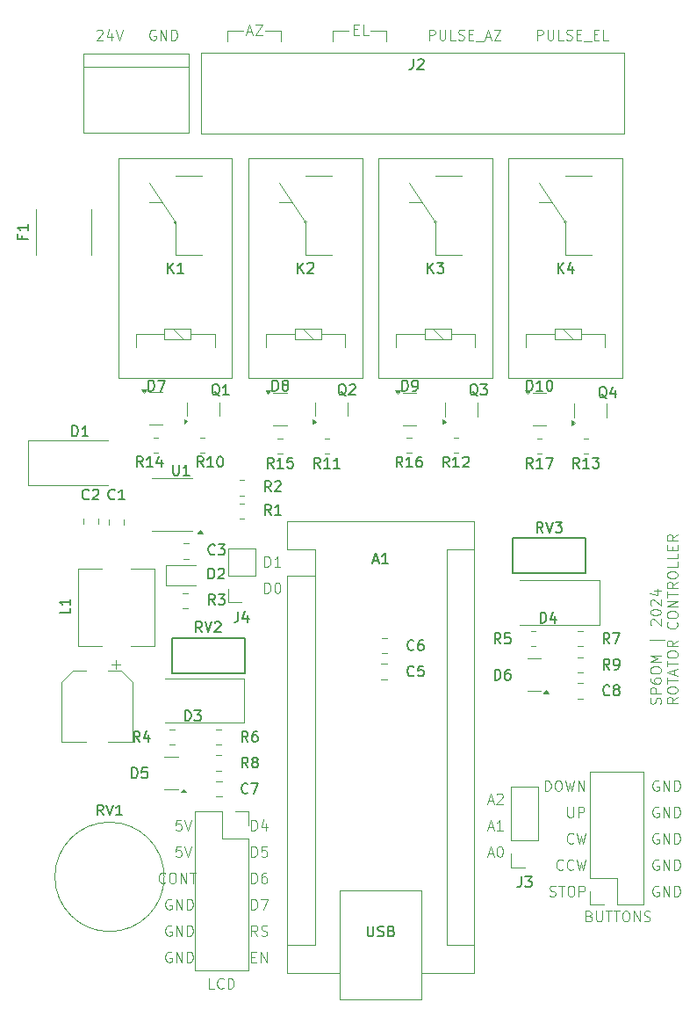
<source format=gbr>
%TF.GenerationSoftware,KiCad,Pcbnew,8.0.2-1*%
%TF.CreationDate,2024-05-28T09:05:20+02:00*%
%TF.ProjectId,Antenna Rotator,416e7465-6e6e-4612-9052-6f7461746f72,rev?*%
%TF.SameCoordinates,Original*%
%TF.FileFunction,Legend,Top*%
%TF.FilePolarity,Positive*%
%FSLAX46Y46*%
G04 Gerber Fmt 4.6, Leading zero omitted, Abs format (unit mm)*
G04 Created by KiCad (PCBNEW 8.0.2-1) date 2024-05-28 09:05:20*
%MOMM*%
%LPD*%
G01*
G04 APERTURE LIST*
%ADD10C,0.100000*%
%ADD11C,0.150000*%
%ADD12C,0.120000*%
G04 APERTURE END LIST*
D10*
X171323000Y-33984000D02*
X171323000Y-35000000D01*
X185166000Y-33984000D02*
X186690000Y-33984000D01*
X176530000Y-33984000D02*
X176530000Y-35000000D01*
X183007000Y-33984000D02*
X181483000Y-33984000D01*
X186690000Y-33984000D02*
X186690000Y-35000000D01*
X172847000Y-33984000D02*
X171323000Y-33984000D01*
X181483000Y-33984000D02*
X181483000Y-35000000D01*
X175006000Y-33984000D02*
X176530000Y-33984000D01*
X165927693Y-120205038D02*
X165832455Y-120157419D01*
X165832455Y-120157419D02*
X165689598Y-120157419D01*
X165689598Y-120157419D02*
X165546741Y-120205038D01*
X165546741Y-120205038D02*
X165451503Y-120300276D01*
X165451503Y-120300276D02*
X165403884Y-120395514D01*
X165403884Y-120395514D02*
X165356265Y-120585990D01*
X165356265Y-120585990D02*
X165356265Y-120728847D01*
X165356265Y-120728847D02*
X165403884Y-120919323D01*
X165403884Y-120919323D02*
X165451503Y-121014561D01*
X165451503Y-121014561D02*
X165546741Y-121109800D01*
X165546741Y-121109800D02*
X165689598Y-121157419D01*
X165689598Y-121157419D02*
X165784836Y-121157419D01*
X165784836Y-121157419D02*
X165927693Y-121109800D01*
X165927693Y-121109800D02*
X165975312Y-121062180D01*
X165975312Y-121062180D02*
X165975312Y-120728847D01*
X165975312Y-120728847D02*
X165784836Y-120728847D01*
X166403884Y-121157419D02*
X166403884Y-120157419D01*
X166403884Y-120157419D02*
X166975312Y-121157419D01*
X166975312Y-121157419D02*
X166975312Y-120157419D01*
X167451503Y-121157419D02*
X167451503Y-120157419D01*
X167451503Y-120157419D02*
X167689598Y-120157419D01*
X167689598Y-120157419D02*
X167832455Y-120205038D01*
X167832455Y-120205038D02*
X167927693Y-120300276D01*
X167927693Y-120300276D02*
X167975312Y-120395514D01*
X167975312Y-120395514D02*
X168022931Y-120585990D01*
X168022931Y-120585990D02*
X168022931Y-120728847D01*
X168022931Y-120728847D02*
X167975312Y-120919323D01*
X167975312Y-120919323D02*
X167927693Y-121014561D01*
X167927693Y-121014561D02*
X167832455Y-121109800D01*
X167832455Y-121109800D02*
X167689598Y-121157419D01*
X167689598Y-121157419D02*
X167451503Y-121157419D01*
X173658884Y-116077419D02*
X173658884Y-115077419D01*
X173658884Y-115077419D02*
X173896979Y-115077419D01*
X173896979Y-115077419D02*
X174039836Y-115125038D01*
X174039836Y-115125038D02*
X174135074Y-115220276D01*
X174135074Y-115220276D02*
X174182693Y-115315514D01*
X174182693Y-115315514D02*
X174230312Y-115505990D01*
X174230312Y-115505990D02*
X174230312Y-115648847D01*
X174230312Y-115648847D02*
X174182693Y-115839323D01*
X174182693Y-115839323D02*
X174135074Y-115934561D01*
X174135074Y-115934561D02*
X174039836Y-116029800D01*
X174039836Y-116029800D02*
X173896979Y-116077419D01*
X173896979Y-116077419D02*
X173658884Y-116077419D01*
X175087455Y-115077419D02*
X174896979Y-115077419D01*
X174896979Y-115077419D02*
X174801741Y-115125038D01*
X174801741Y-115125038D02*
X174754122Y-115172657D01*
X174754122Y-115172657D02*
X174658884Y-115315514D01*
X174658884Y-115315514D02*
X174611265Y-115505990D01*
X174611265Y-115505990D02*
X174611265Y-115886942D01*
X174611265Y-115886942D02*
X174658884Y-115982180D01*
X174658884Y-115982180D02*
X174706503Y-116029800D01*
X174706503Y-116029800D02*
X174801741Y-116077419D01*
X174801741Y-116077419D02*
X174992217Y-116077419D01*
X174992217Y-116077419D02*
X175087455Y-116029800D01*
X175087455Y-116029800D02*
X175135074Y-115982180D01*
X175135074Y-115982180D02*
X175182693Y-115886942D01*
X175182693Y-115886942D02*
X175182693Y-115648847D01*
X175182693Y-115648847D02*
X175135074Y-115553609D01*
X175135074Y-115553609D02*
X175087455Y-115505990D01*
X175087455Y-115505990D02*
X174992217Y-115458371D01*
X174992217Y-115458371D02*
X174801741Y-115458371D01*
X174801741Y-115458371D02*
X174706503Y-115505990D01*
X174706503Y-115505990D02*
X174658884Y-115553609D01*
X174658884Y-115553609D02*
X174611265Y-115648847D01*
X201979884Y-107187419D02*
X201979884Y-106187419D01*
X201979884Y-106187419D02*
X202217979Y-106187419D01*
X202217979Y-106187419D02*
X202360836Y-106235038D01*
X202360836Y-106235038D02*
X202456074Y-106330276D01*
X202456074Y-106330276D02*
X202503693Y-106425514D01*
X202503693Y-106425514D02*
X202551312Y-106615990D01*
X202551312Y-106615990D02*
X202551312Y-106758847D01*
X202551312Y-106758847D02*
X202503693Y-106949323D01*
X202503693Y-106949323D02*
X202456074Y-107044561D01*
X202456074Y-107044561D02*
X202360836Y-107139800D01*
X202360836Y-107139800D02*
X202217979Y-107187419D01*
X202217979Y-107187419D02*
X201979884Y-107187419D01*
X203170360Y-106187419D02*
X203360836Y-106187419D01*
X203360836Y-106187419D02*
X203456074Y-106235038D01*
X203456074Y-106235038D02*
X203551312Y-106330276D01*
X203551312Y-106330276D02*
X203598931Y-106520752D01*
X203598931Y-106520752D02*
X203598931Y-106854085D01*
X203598931Y-106854085D02*
X203551312Y-107044561D01*
X203551312Y-107044561D02*
X203456074Y-107139800D01*
X203456074Y-107139800D02*
X203360836Y-107187419D01*
X203360836Y-107187419D02*
X203170360Y-107187419D01*
X203170360Y-107187419D02*
X203075122Y-107139800D01*
X203075122Y-107139800D02*
X202979884Y-107044561D01*
X202979884Y-107044561D02*
X202932265Y-106854085D01*
X202932265Y-106854085D02*
X202932265Y-106520752D01*
X202932265Y-106520752D02*
X202979884Y-106330276D01*
X202979884Y-106330276D02*
X203075122Y-106235038D01*
X203075122Y-106235038D02*
X203170360Y-106187419D01*
X203932265Y-106187419D02*
X204170360Y-107187419D01*
X204170360Y-107187419D02*
X204360836Y-106473133D01*
X204360836Y-106473133D02*
X204551312Y-107187419D01*
X204551312Y-107187419D02*
X204789408Y-106187419D01*
X205170360Y-107187419D02*
X205170360Y-106187419D01*
X205170360Y-106187419D02*
X205741788Y-107187419D01*
X205741788Y-107187419D02*
X205741788Y-106187419D01*
X196471265Y-108171704D02*
X196947455Y-108171704D01*
X196376027Y-108457419D02*
X196709360Y-107457419D01*
X196709360Y-107457419D02*
X197042693Y-108457419D01*
X197328408Y-107552657D02*
X197376027Y-107505038D01*
X197376027Y-107505038D02*
X197471265Y-107457419D01*
X197471265Y-107457419D02*
X197709360Y-107457419D01*
X197709360Y-107457419D02*
X197804598Y-107505038D01*
X197804598Y-107505038D02*
X197852217Y-107552657D01*
X197852217Y-107552657D02*
X197899836Y-107647895D01*
X197899836Y-107647895D02*
X197899836Y-107743133D01*
X197899836Y-107743133D02*
X197852217Y-107885990D01*
X197852217Y-107885990D02*
X197280789Y-108457419D01*
X197280789Y-108457419D02*
X197899836Y-108457419D01*
X165927693Y-122745038D02*
X165832455Y-122697419D01*
X165832455Y-122697419D02*
X165689598Y-122697419D01*
X165689598Y-122697419D02*
X165546741Y-122745038D01*
X165546741Y-122745038D02*
X165451503Y-122840276D01*
X165451503Y-122840276D02*
X165403884Y-122935514D01*
X165403884Y-122935514D02*
X165356265Y-123125990D01*
X165356265Y-123125990D02*
X165356265Y-123268847D01*
X165356265Y-123268847D02*
X165403884Y-123459323D01*
X165403884Y-123459323D02*
X165451503Y-123554561D01*
X165451503Y-123554561D02*
X165546741Y-123649800D01*
X165546741Y-123649800D02*
X165689598Y-123697419D01*
X165689598Y-123697419D02*
X165784836Y-123697419D01*
X165784836Y-123697419D02*
X165927693Y-123649800D01*
X165927693Y-123649800D02*
X165975312Y-123602180D01*
X165975312Y-123602180D02*
X165975312Y-123268847D01*
X165975312Y-123268847D02*
X165784836Y-123268847D01*
X166403884Y-123697419D02*
X166403884Y-122697419D01*
X166403884Y-122697419D02*
X166975312Y-123697419D01*
X166975312Y-123697419D02*
X166975312Y-122697419D01*
X167451503Y-123697419D02*
X167451503Y-122697419D01*
X167451503Y-122697419D02*
X167689598Y-122697419D01*
X167689598Y-122697419D02*
X167832455Y-122745038D01*
X167832455Y-122745038D02*
X167927693Y-122840276D01*
X167927693Y-122840276D02*
X167975312Y-122935514D01*
X167975312Y-122935514D02*
X168022931Y-123125990D01*
X168022931Y-123125990D02*
X168022931Y-123268847D01*
X168022931Y-123268847D02*
X167975312Y-123459323D01*
X167975312Y-123459323D02*
X167927693Y-123554561D01*
X167927693Y-123554561D02*
X167832455Y-123649800D01*
X167832455Y-123649800D02*
X167689598Y-123697419D01*
X167689598Y-123697419D02*
X167451503Y-123697419D01*
X212917693Y-116395038D02*
X212822455Y-116347419D01*
X212822455Y-116347419D02*
X212679598Y-116347419D01*
X212679598Y-116347419D02*
X212536741Y-116395038D01*
X212536741Y-116395038D02*
X212441503Y-116490276D01*
X212441503Y-116490276D02*
X212393884Y-116585514D01*
X212393884Y-116585514D02*
X212346265Y-116775990D01*
X212346265Y-116775990D02*
X212346265Y-116918847D01*
X212346265Y-116918847D02*
X212393884Y-117109323D01*
X212393884Y-117109323D02*
X212441503Y-117204561D01*
X212441503Y-117204561D02*
X212536741Y-117299800D01*
X212536741Y-117299800D02*
X212679598Y-117347419D01*
X212679598Y-117347419D02*
X212774836Y-117347419D01*
X212774836Y-117347419D02*
X212917693Y-117299800D01*
X212917693Y-117299800D02*
X212965312Y-117252180D01*
X212965312Y-117252180D02*
X212965312Y-116918847D01*
X212965312Y-116918847D02*
X212774836Y-116918847D01*
X213393884Y-117347419D02*
X213393884Y-116347419D01*
X213393884Y-116347419D02*
X213965312Y-117347419D01*
X213965312Y-117347419D02*
X213965312Y-116347419D01*
X214441503Y-117347419D02*
X214441503Y-116347419D01*
X214441503Y-116347419D02*
X214679598Y-116347419D01*
X214679598Y-116347419D02*
X214822455Y-116395038D01*
X214822455Y-116395038D02*
X214917693Y-116490276D01*
X214917693Y-116490276D02*
X214965312Y-116585514D01*
X214965312Y-116585514D02*
X215012931Y-116775990D01*
X215012931Y-116775990D02*
X215012931Y-116918847D01*
X215012931Y-116918847D02*
X214965312Y-117109323D01*
X214965312Y-117109323D02*
X214917693Y-117204561D01*
X214917693Y-117204561D02*
X214822455Y-117299800D01*
X214822455Y-117299800D02*
X214679598Y-117347419D01*
X214679598Y-117347419D02*
X214441503Y-117347419D01*
X174928884Y-88137419D02*
X174928884Y-87137419D01*
X174928884Y-87137419D02*
X175166979Y-87137419D01*
X175166979Y-87137419D02*
X175309836Y-87185038D01*
X175309836Y-87185038D02*
X175405074Y-87280276D01*
X175405074Y-87280276D02*
X175452693Y-87375514D01*
X175452693Y-87375514D02*
X175500312Y-87565990D01*
X175500312Y-87565990D02*
X175500312Y-87708847D01*
X175500312Y-87708847D02*
X175452693Y-87899323D01*
X175452693Y-87899323D02*
X175405074Y-87994561D01*
X175405074Y-87994561D02*
X175309836Y-88089800D01*
X175309836Y-88089800D02*
X175166979Y-88137419D01*
X175166979Y-88137419D02*
X174928884Y-88137419D01*
X176119360Y-87137419D02*
X176214598Y-87137419D01*
X176214598Y-87137419D02*
X176309836Y-87185038D01*
X176309836Y-87185038D02*
X176357455Y-87232657D01*
X176357455Y-87232657D02*
X176405074Y-87327895D01*
X176405074Y-87327895D02*
X176452693Y-87518371D01*
X176452693Y-87518371D02*
X176452693Y-87756466D01*
X176452693Y-87756466D02*
X176405074Y-87946942D01*
X176405074Y-87946942D02*
X176357455Y-88042180D01*
X176357455Y-88042180D02*
X176309836Y-88089800D01*
X176309836Y-88089800D02*
X176214598Y-88137419D01*
X176214598Y-88137419D02*
X176119360Y-88137419D01*
X176119360Y-88137419D02*
X176024122Y-88089800D01*
X176024122Y-88089800D02*
X175976503Y-88042180D01*
X175976503Y-88042180D02*
X175928884Y-87946942D01*
X175928884Y-87946942D02*
X175881265Y-87756466D01*
X175881265Y-87756466D02*
X175881265Y-87518371D01*
X175881265Y-87518371D02*
X175928884Y-87327895D01*
X175928884Y-87327895D02*
X175976503Y-87232657D01*
X175976503Y-87232657D02*
X176024122Y-87185038D01*
X176024122Y-87185038D02*
X176119360Y-87137419D01*
X212917693Y-106235038D02*
X212822455Y-106187419D01*
X212822455Y-106187419D02*
X212679598Y-106187419D01*
X212679598Y-106187419D02*
X212536741Y-106235038D01*
X212536741Y-106235038D02*
X212441503Y-106330276D01*
X212441503Y-106330276D02*
X212393884Y-106425514D01*
X212393884Y-106425514D02*
X212346265Y-106615990D01*
X212346265Y-106615990D02*
X212346265Y-106758847D01*
X212346265Y-106758847D02*
X212393884Y-106949323D01*
X212393884Y-106949323D02*
X212441503Y-107044561D01*
X212441503Y-107044561D02*
X212536741Y-107139800D01*
X212536741Y-107139800D02*
X212679598Y-107187419D01*
X212679598Y-107187419D02*
X212774836Y-107187419D01*
X212774836Y-107187419D02*
X212917693Y-107139800D01*
X212917693Y-107139800D02*
X212965312Y-107092180D01*
X212965312Y-107092180D02*
X212965312Y-106758847D01*
X212965312Y-106758847D02*
X212774836Y-106758847D01*
X213393884Y-107187419D02*
X213393884Y-106187419D01*
X213393884Y-106187419D02*
X213965312Y-107187419D01*
X213965312Y-107187419D02*
X213965312Y-106187419D01*
X214441503Y-107187419D02*
X214441503Y-106187419D01*
X214441503Y-106187419D02*
X214679598Y-106187419D01*
X214679598Y-106187419D02*
X214822455Y-106235038D01*
X214822455Y-106235038D02*
X214917693Y-106330276D01*
X214917693Y-106330276D02*
X214965312Y-106425514D01*
X214965312Y-106425514D02*
X215012931Y-106615990D01*
X215012931Y-106615990D02*
X215012931Y-106758847D01*
X215012931Y-106758847D02*
X214965312Y-106949323D01*
X214965312Y-106949323D02*
X214917693Y-107044561D01*
X214917693Y-107044561D02*
X214822455Y-107139800D01*
X214822455Y-107139800D02*
X214679598Y-107187419D01*
X214679598Y-107187419D02*
X214441503Y-107187419D01*
X164403693Y-33920038D02*
X164308455Y-33872419D01*
X164308455Y-33872419D02*
X164165598Y-33872419D01*
X164165598Y-33872419D02*
X164022741Y-33920038D01*
X164022741Y-33920038D02*
X163927503Y-34015276D01*
X163927503Y-34015276D02*
X163879884Y-34110514D01*
X163879884Y-34110514D02*
X163832265Y-34300990D01*
X163832265Y-34300990D02*
X163832265Y-34443847D01*
X163832265Y-34443847D02*
X163879884Y-34634323D01*
X163879884Y-34634323D02*
X163927503Y-34729561D01*
X163927503Y-34729561D02*
X164022741Y-34824800D01*
X164022741Y-34824800D02*
X164165598Y-34872419D01*
X164165598Y-34872419D02*
X164260836Y-34872419D01*
X164260836Y-34872419D02*
X164403693Y-34824800D01*
X164403693Y-34824800D02*
X164451312Y-34777180D01*
X164451312Y-34777180D02*
X164451312Y-34443847D01*
X164451312Y-34443847D02*
X164260836Y-34443847D01*
X164879884Y-34872419D02*
X164879884Y-33872419D01*
X164879884Y-33872419D02*
X165451312Y-34872419D01*
X165451312Y-34872419D02*
X165451312Y-33872419D01*
X165927503Y-34872419D02*
X165927503Y-33872419D01*
X165927503Y-33872419D02*
X166165598Y-33872419D01*
X166165598Y-33872419D02*
X166308455Y-33920038D01*
X166308455Y-33920038D02*
X166403693Y-34015276D01*
X166403693Y-34015276D02*
X166451312Y-34110514D01*
X166451312Y-34110514D02*
X166498931Y-34300990D01*
X166498931Y-34300990D02*
X166498931Y-34443847D01*
X166498931Y-34443847D02*
X166451312Y-34634323D01*
X166451312Y-34634323D02*
X166403693Y-34729561D01*
X166403693Y-34729561D02*
X166308455Y-34824800D01*
X166308455Y-34824800D02*
X166165598Y-34872419D01*
X166165598Y-34872419D02*
X165927503Y-34872419D01*
X170071074Y-126237419D02*
X169594884Y-126237419D01*
X169594884Y-126237419D02*
X169594884Y-125237419D01*
X170975836Y-126142180D02*
X170928217Y-126189800D01*
X170928217Y-126189800D02*
X170785360Y-126237419D01*
X170785360Y-126237419D02*
X170690122Y-126237419D01*
X170690122Y-126237419D02*
X170547265Y-126189800D01*
X170547265Y-126189800D02*
X170452027Y-126094561D01*
X170452027Y-126094561D02*
X170404408Y-125999323D01*
X170404408Y-125999323D02*
X170356789Y-125808847D01*
X170356789Y-125808847D02*
X170356789Y-125665990D01*
X170356789Y-125665990D02*
X170404408Y-125475514D01*
X170404408Y-125475514D02*
X170452027Y-125380276D01*
X170452027Y-125380276D02*
X170547265Y-125285038D01*
X170547265Y-125285038D02*
X170690122Y-125237419D01*
X170690122Y-125237419D02*
X170785360Y-125237419D01*
X170785360Y-125237419D02*
X170928217Y-125285038D01*
X170928217Y-125285038D02*
X170975836Y-125332657D01*
X171404408Y-126237419D02*
X171404408Y-125237419D01*
X171404408Y-125237419D02*
X171642503Y-125237419D01*
X171642503Y-125237419D02*
X171785360Y-125285038D01*
X171785360Y-125285038D02*
X171880598Y-125380276D01*
X171880598Y-125380276D02*
X171928217Y-125475514D01*
X171928217Y-125475514D02*
X171975836Y-125665990D01*
X171975836Y-125665990D02*
X171975836Y-125808847D01*
X171975836Y-125808847D02*
X171928217Y-125999323D01*
X171928217Y-125999323D02*
X171880598Y-126094561D01*
X171880598Y-126094561D02*
X171785360Y-126189800D01*
X171785360Y-126189800D02*
X171642503Y-126237419D01*
X171642503Y-126237419D02*
X171404408Y-126237419D01*
X183564884Y-33840609D02*
X183898217Y-33840609D01*
X184041074Y-34364419D02*
X183564884Y-34364419D01*
X183564884Y-34364419D02*
X183564884Y-33364419D01*
X183564884Y-33364419D02*
X184041074Y-33364419D01*
X184945836Y-34364419D02*
X184469646Y-34364419D01*
X184469646Y-34364419D02*
X184469646Y-33364419D01*
X173658884Y-118617419D02*
X173658884Y-117617419D01*
X173658884Y-117617419D02*
X173896979Y-117617419D01*
X173896979Y-117617419D02*
X174039836Y-117665038D01*
X174039836Y-117665038D02*
X174135074Y-117760276D01*
X174135074Y-117760276D02*
X174182693Y-117855514D01*
X174182693Y-117855514D02*
X174230312Y-118045990D01*
X174230312Y-118045990D02*
X174230312Y-118188847D01*
X174230312Y-118188847D02*
X174182693Y-118379323D01*
X174182693Y-118379323D02*
X174135074Y-118474561D01*
X174135074Y-118474561D02*
X174039836Y-118569800D01*
X174039836Y-118569800D02*
X173896979Y-118617419D01*
X173896979Y-118617419D02*
X173658884Y-118617419D01*
X174563646Y-117617419D02*
X175230312Y-117617419D01*
X175230312Y-117617419D02*
X174801741Y-118617419D01*
X173230265Y-34078704D02*
X173706455Y-34078704D01*
X173135027Y-34364419D02*
X173468360Y-33364419D01*
X173468360Y-33364419D02*
X173801693Y-34364419D01*
X174039789Y-33364419D02*
X174706455Y-33364419D01*
X174706455Y-33364419D02*
X174039789Y-34364419D01*
X174039789Y-34364419D02*
X174706455Y-34364419D01*
X202440265Y-117299800D02*
X202583122Y-117347419D01*
X202583122Y-117347419D02*
X202821217Y-117347419D01*
X202821217Y-117347419D02*
X202916455Y-117299800D01*
X202916455Y-117299800D02*
X202964074Y-117252180D01*
X202964074Y-117252180D02*
X203011693Y-117156942D01*
X203011693Y-117156942D02*
X203011693Y-117061704D01*
X203011693Y-117061704D02*
X202964074Y-116966466D01*
X202964074Y-116966466D02*
X202916455Y-116918847D01*
X202916455Y-116918847D02*
X202821217Y-116871228D01*
X202821217Y-116871228D02*
X202630741Y-116823609D01*
X202630741Y-116823609D02*
X202535503Y-116775990D01*
X202535503Y-116775990D02*
X202487884Y-116728371D01*
X202487884Y-116728371D02*
X202440265Y-116633133D01*
X202440265Y-116633133D02*
X202440265Y-116537895D01*
X202440265Y-116537895D02*
X202487884Y-116442657D01*
X202487884Y-116442657D02*
X202535503Y-116395038D01*
X202535503Y-116395038D02*
X202630741Y-116347419D01*
X202630741Y-116347419D02*
X202868836Y-116347419D01*
X202868836Y-116347419D02*
X203011693Y-116395038D01*
X203297408Y-116347419D02*
X203868836Y-116347419D01*
X203583122Y-117347419D02*
X203583122Y-116347419D01*
X204392646Y-116347419D02*
X204583122Y-116347419D01*
X204583122Y-116347419D02*
X204678360Y-116395038D01*
X204678360Y-116395038D02*
X204773598Y-116490276D01*
X204773598Y-116490276D02*
X204821217Y-116680752D01*
X204821217Y-116680752D02*
X204821217Y-117014085D01*
X204821217Y-117014085D02*
X204773598Y-117204561D01*
X204773598Y-117204561D02*
X204678360Y-117299800D01*
X204678360Y-117299800D02*
X204583122Y-117347419D01*
X204583122Y-117347419D02*
X204392646Y-117347419D01*
X204392646Y-117347419D02*
X204297408Y-117299800D01*
X204297408Y-117299800D02*
X204202170Y-117204561D01*
X204202170Y-117204561D02*
X204154551Y-117014085D01*
X204154551Y-117014085D02*
X204154551Y-116680752D01*
X204154551Y-116680752D02*
X204202170Y-116490276D01*
X204202170Y-116490276D02*
X204297408Y-116395038D01*
X204297408Y-116395038D02*
X204392646Y-116347419D01*
X205249789Y-117347419D02*
X205249789Y-116347419D01*
X205249789Y-116347419D02*
X205630741Y-116347419D01*
X205630741Y-116347419D02*
X205725979Y-116395038D01*
X205725979Y-116395038D02*
X205773598Y-116442657D01*
X205773598Y-116442657D02*
X205821217Y-116537895D01*
X205821217Y-116537895D02*
X205821217Y-116680752D01*
X205821217Y-116680752D02*
X205773598Y-116775990D01*
X205773598Y-116775990D02*
X205725979Y-116823609D01*
X205725979Y-116823609D02*
X205630741Y-116871228D01*
X205630741Y-116871228D02*
X205249789Y-116871228D01*
X204710312Y-112172180D02*
X204662693Y-112219800D01*
X204662693Y-112219800D02*
X204519836Y-112267419D01*
X204519836Y-112267419D02*
X204424598Y-112267419D01*
X204424598Y-112267419D02*
X204281741Y-112219800D01*
X204281741Y-112219800D02*
X204186503Y-112124561D01*
X204186503Y-112124561D02*
X204138884Y-112029323D01*
X204138884Y-112029323D02*
X204091265Y-111838847D01*
X204091265Y-111838847D02*
X204091265Y-111695990D01*
X204091265Y-111695990D02*
X204138884Y-111505514D01*
X204138884Y-111505514D02*
X204186503Y-111410276D01*
X204186503Y-111410276D02*
X204281741Y-111315038D01*
X204281741Y-111315038D02*
X204424598Y-111267419D01*
X204424598Y-111267419D02*
X204519836Y-111267419D01*
X204519836Y-111267419D02*
X204662693Y-111315038D01*
X204662693Y-111315038D02*
X204710312Y-111362657D01*
X205043646Y-111267419D02*
X205281741Y-112267419D01*
X205281741Y-112267419D02*
X205472217Y-111553133D01*
X205472217Y-111553133D02*
X205662693Y-112267419D01*
X205662693Y-112267419D02*
X205900789Y-111267419D01*
X212917693Y-111315038D02*
X212822455Y-111267419D01*
X212822455Y-111267419D02*
X212679598Y-111267419D01*
X212679598Y-111267419D02*
X212536741Y-111315038D01*
X212536741Y-111315038D02*
X212441503Y-111410276D01*
X212441503Y-111410276D02*
X212393884Y-111505514D01*
X212393884Y-111505514D02*
X212346265Y-111695990D01*
X212346265Y-111695990D02*
X212346265Y-111838847D01*
X212346265Y-111838847D02*
X212393884Y-112029323D01*
X212393884Y-112029323D02*
X212441503Y-112124561D01*
X212441503Y-112124561D02*
X212536741Y-112219800D01*
X212536741Y-112219800D02*
X212679598Y-112267419D01*
X212679598Y-112267419D02*
X212774836Y-112267419D01*
X212774836Y-112267419D02*
X212917693Y-112219800D01*
X212917693Y-112219800D02*
X212965312Y-112172180D01*
X212965312Y-112172180D02*
X212965312Y-111838847D01*
X212965312Y-111838847D02*
X212774836Y-111838847D01*
X213393884Y-112267419D02*
X213393884Y-111267419D01*
X213393884Y-111267419D02*
X213965312Y-112267419D01*
X213965312Y-112267419D02*
X213965312Y-111267419D01*
X214441503Y-112267419D02*
X214441503Y-111267419D01*
X214441503Y-111267419D02*
X214679598Y-111267419D01*
X214679598Y-111267419D02*
X214822455Y-111315038D01*
X214822455Y-111315038D02*
X214917693Y-111410276D01*
X214917693Y-111410276D02*
X214965312Y-111505514D01*
X214965312Y-111505514D02*
X215012931Y-111695990D01*
X215012931Y-111695990D02*
X215012931Y-111838847D01*
X215012931Y-111838847D02*
X214965312Y-112029323D01*
X214965312Y-112029323D02*
X214917693Y-112124561D01*
X214917693Y-112124561D02*
X214822455Y-112219800D01*
X214822455Y-112219800D02*
X214679598Y-112267419D01*
X214679598Y-112267419D02*
X214441503Y-112267419D01*
X212917693Y-108775038D02*
X212822455Y-108727419D01*
X212822455Y-108727419D02*
X212679598Y-108727419D01*
X212679598Y-108727419D02*
X212536741Y-108775038D01*
X212536741Y-108775038D02*
X212441503Y-108870276D01*
X212441503Y-108870276D02*
X212393884Y-108965514D01*
X212393884Y-108965514D02*
X212346265Y-109155990D01*
X212346265Y-109155990D02*
X212346265Y-109298847D01*
X212346265Y-109298847D02*
X212393884Y-109489323D01*
X212393884Y-109489323D02*
X212441503Y-109584561D01*
X212441503Y-109584561D02*
X212536741Y-109679800D01*
X212536741Y-109679800D02*
X212679598Y-109727419D01*
X212679598Y-109727419D02*
X212774836Y-109727419D01*
X212774836Y-109727419D02*
X212917693Y-109679800D01*
X212917693Y-109679800D02*
X212965312Y-109632180D01*
X212965312Y-109632180D02*
X212965312Y-109298847D01*
X212965312Y-109298847D02*
X212774836Y-109298847D01*
X213393884Y-109727419D02*
X213393884Y-108727419D01*
X213393884Y-108727419D02*
X213965312Y-109727419D01*
X213965312Y-109727419D02*
X213965312Y-108727419D01*
X214441503Y-109727419D02*
X214441503Y-108727419D01*
X214441503Y-108727419D02*
X214679598Y-108727419D01*
X214679598Y-108727419D02*
X214822455Y-108775038D01*
X214822455Y-108775038D02*
X214917693Y-108870276D01*
X214917693Y-108870276D02*
X214965312Y-108965514D01*
X214965312Y-108965514D02*
X215012931Y-109155990D01*
X215012931Y-109155990D02*
X215012931Y-109298847D01*
X215012931Y-109298847D02*
X214965312Y-109489323D01*
X214965312Y-109489323D02*
X214917693Y-109584561D01*
X214917693Y-109584561D02*
X214822455Y-109679800D01*
X214822455Y-109679800D02*
X214679598Y-109727419D01*
X214679598Y-109727419D02*
X214441503Y-109727419D01*
X206250217Y-119236609D02*
X206393074Y-119284228D01*
X206393074Y-119284228D02*
X206440693Y-119331847D01*
X206440693Y-119331847D02*
X206488312Y-119427085D01*
X206488312Y-119427085D02*
X206488312Y-119569942D01*
X206488312Y-119569942D02*
X206440693Y-119665180D01*
X206440693Y-119665180D02*
X206393074Y-119712800D01*
X206393074Y-119712800D02*
X206297836Y-119760419D01*
X206297836Y-119760419D02*
X205916884Y-119760419D01*
X205916884Y-119760419D02*
X205916884Y-118760419D01*
X205916884Y-118760419D02*
X206250217Y-118760419D01*
X206250217Y-118760419D02*
X206345455Y-118808038D01*
X206345455Y-118808038D02*
X206393074Y-118855657D01*
X206393074Y-118855657D02*
X206440693Y-118950895D01*
X206440693Y-118950895D02*
X206440693Y-119046133D01*
X206440693Y-119046133D02*
X206393074Y-119141371D01*
X206393074Y-119141371D02*
X206345455Y-119188990D01*
X206345455Y-119188990D02*
X206250217Y-119236609D01*
X206250217Y-119236609D02*
X205916884Y-119236609D01*
X206916884Y-118760419D02*
X206916884Y-119569942D01*
X206916884Y-119569942D02*
X206964503Y-119665180D01*
X206964503Y-119665180D02*
X207012122Y-119712800D01*
X207012122Y-119712800D02*
X207107360Y-119760419D01*
X207107360Y-119760419D02*
X207297836Y-119760419D01*
X207297836Y-119760419D02*
X207393074Y-119712800D01*
X207393074Y-119712800D02*
X207440693Y-119665180D01*
X207440693Y-119665180D02*
X207488312Y-119569942D01*
X207488312Y-119569942D02*
X207488312Y-118760419D01*
X207821646Y-118760419D02*
X208393074Y-118760419D01*
X208107360Y-119760419D02*
X208107360Y-118760419D01*
X208583551Y-118760419D02*
X209154979Y-118760419D01*
X208869265Y-119760419D02*
X208869265Y-118760419D01*
X209678789Y-118760419D02*
X209869265Y-118760419D01*
X209869265Y-118760419D02*
X209964503Y-118808038D01*
X209964503Y-118808038D02*
X210059741Y-118903276D01*
X210059741Y-118903276D02*
X210107360Y-119093752D01*
X210107360Y-119093752D02*
X210107360Y-119427085D01*
X210107360Y-119427085D02*
X210059741Y-119617561D01*
X210059741Y-119617561D02*
X209964503Y-119712800D01*
X209964503Y-119712800D02*
X209869265Y-119760419D01*
X209869265Y-119760419D02*
X209678789Y-119760419D01*
X209678789Y-119760419D02*
X209583551Y-119712800D01*
X209583551Y-119712800D02*
X209488313Y-119617561D01*
X209488313Y-119617561D02*
X209440694Y-119427085D01*
X209440694Y-119427085D02*
X209440694Y-119093752D01*
X209440694Y-119093752D02*
X209488313Y-118903276D01*
X209488313Y-118903276D02*
X209583551Y-118808038D01*
X209583551Y-118808038D02*
X209678789Y-118760419D01*
X210535932Y-119760419D02*
X210535932Y-118760419D01*
X210535932Y-118760419D02*
X211107360Y-119760419D01*
X211107360Y-119760419D02*
X211107360Y-118760419D01*
X211535932Y-119712800D02*
X211678789Y-119760419D01*
X211678789Y-119760419D02*
X211916884Y-119760419D01*
X211916884Y-119760419D02*
X212012122Y-119712800D01*
X212012122Y-119712800D02*
X212059741Y-119665180D01*
X212059741Y-119665180D02*
X212107360Y-119569942D01*
X212107360Y-119569942D02*
X212107360Y-119474704D01*
X212107360Y-119474704D02*
X212059741Y-119379466D01*
X212059741Y-119379466D02*
X212012122Y-119331847D01*
X212012122Y-119331847D02*
X211916884Y-119284228D01*
X211916884Y-119284228D02*
X211726408Y-119236609D01*
X211726408Y-119236609D02*
X211631170Y-119188990D01*
X211631170Y-119188990D02*
X211583551Y-119141371D01*
X211583551Y-119141371D02*
X211535932Y-119046133D01*
X211535932Y-119046133D02*
X211535932Y-118950895D01*
X211535932Y-118950895D02*
X211583551Y-118855657D01*
X211583551Y-118855657D02*
X211631170Y-118808038D01*
X211631170Y-118808038D02*
X211726408Y-118760419D01*
X211726408Y-118760419D02*
X211964503Y-118760419D01*
X211964503Y-118760419D02*
X212107360Y-118808038D01*
X158752265Y-33967657D02*
X158799884Y-33920038D01*
X158799884Y-33920038D02*
X158895122Y-33872419D01*
X158895122Y-33872419D02*
X159133217Y-33872419D01*
X159133217Y-33872419D02*
X159228455Y-33920038D01*
X159228455Y-33920038D02*
X159276074Y-33967657D01*
X159276074Y-33967657D02*
X159323693Y-34062895D01*
X159323693Y-34062895D02*
X159323693Y-34158133D01*
X159323693Y-34158133D02*
X159276074Y-34300990D01*
X159276074Y-34300990D02*
X158704646Y-34872419D01*
X158704646Y-34872419D02*
X159323693Y-34872419D01*
X160180836Y-34205752D02*
X160180836Y-34872419D01*
X159942741Y-33824800D02*
X159704646Y-34539085D01*
X159704646Y-34539085D02*
X160323693Y-34539085D01*
X160561789Y-33872419D02*
X160895122Y-34872419D01*
X160895122Y-34872419D02*
X161228455Y-33872419D01*
X165340312Y-115982180D02*
X165292693Y-116029800D01*
X165292693Y-116029800D02*
X165149836Y-116077419D01*
X165149836Y-116077419D02*
X165054598Y-116077419D01*
X165054598Y-116077419D02*
X164911741Y-116029800D01*
X164911741Y-116029800D02*
X164816503Y-115934561D01*
X164816503Y-115934561D02*
X164768884Y-115839323D01*
X164768884Y-115839323D02*
X164721265Y-115648847D01*
X164721265Y-115648847D02*
X164721265Y-115505990D01*
X164721265Y-115505990D02*
X164768884Y-115315514D01*
X164768884Y-115315514D02*
X164816503Y-115220276D01*
X164816503Y-115220276D02*
X164911741Y-115125038D01*
X164911741Y-115125038D02*
X165054598Y-115077419D01*
X165054598Y-115077419D02*
X165149836Y-115077419D01*
X165149836Y-115077419D02*
X165292693Y-115125038D01*
X165292693Y-115125038D02*
X165340312Y-115172657D01*
X165959360Y-115077419D02*
X166149836Y-115077419D01*
X166149836Y-115077419D02*
X166245074Y-115125038D01*
X166245074Y-115125038D02*
X166340312Y-115220276D01*
X166340312Y-115220276D02*
X166387931Y-115410752D01*
X166387931Y-115410752D02*
X166387931Y-115744085D01*
X166387931Y-115744085D02*
X166340312Y-115934561D01*
X166340312Y-115934561D02*
X166245074Y-116029800D01*
X166245074Y-116029800D02*
X166149836Y-116077419D01*
X166149836Y-116077419D02*
X165959360Y-116077419D01*
X165959360Y-116077419D02*
X165864122Y-116029800D01*
X165864122Y-116029800D02*
X165768884Y-115934561D01*
X165768884Y-115934561D02*
X165721265Y-115744085D01*
X165721265Y-115744085D02*
X165721265Y-115410752D01*
X165721265Y-115410752D02*
X165768884Y-115220276D01*
X165768884Y-115220276D02*
X165864122Y-115125038D01*
X165864122Y-115125038D02*
X165959360Y-115077419D01*
X166816503Y-116077419D02*
X166816503Y-115077419D01*
X166816503Y-115077419D02*
X167387931Y-116077419D01*
X167387931Y-116077419D02*
X167387931Y-115077419D01*
X167721265Y-115077419D02*
X168292693Y-115077419D01*
X168006979Y-116077419D02*
X168006979Y-115077419D01*
X196471265Y-110711704D02*
X196947455Y-110711704D01*
X196376027Y-110997419D02*
X196709360Y-109997419D01*
X196709360Y-109997419D02*
X197042693Y-110997419D01*
X197899836Y-110997419D02*
X197328408Y-110997419D01*
X197614122Y-110997419D02*
X197614122Y-109997419D01*
X197614122Y-109997419D02*
X197518884Y-110140276D01*
X197518884Y-110140276D02*
X197423646Y-110235514D01*
X197423646Y-110235514D02*
X197328408Y-110283133D01*
X196471265Y-113251704D02*
X196947455Y-113251704D01*
X196376027Y-113537419D02*
X196709360Y-112537419D01*
X196709360Y-112537419D02*
X197042693Y-113537419D01*
X197566503Y-112537419D02*
X197661741Y-112537419D01*
X197661741Y-112537419D02*
X197756979Y-112585038D01*
X197756979Y-112585038D02*
X197804598Y-112632657D01*
X197804598Y-112632657D02*
X197852217Y-112727895D01*
X197852217Y-112727895D02*
X197899836Y-112918371D01*
X197899836Y-112918371D02*
X197899836Y-113156466D01*
X197899836Y-113156466D02*
X197852217Y-113346942D01*
X197852217Y-113346942D02*
X197804598Y-113442180D01*
X197804598Y-113442180D02*
X197756979Y-113489800D01*
X197756979Y-113489800D02*
X197661741Y-113537419D01*
X197661741Y-113537419D02*
X197566503Y-113537419D01*
X197566503Y-113537419D02*
X197471265Y-113489800D01*
X197471265Y-113489800D02*
X197423646Y-113442180D01*
X197423646Y-113442180D02*
X197376027Y-113346942D01*
X197376027Y-113346942D02*
X197328408Y-113156466D01*
X197328408Y-113156466D02*
X197328408Y-112918371D01*
X197328408Y-112918371D02*
X197376027Y-112727895D01*
X197376027Y-112727895D02*
X197423646Y-112632657D01*
X197423646Y-112632657D02*
X197471265Y-112585038D01*
X197471265Y-112585038D02*
X197566503Y-112537419D01*
X166896074Y-112537419D02*
X166419884Y-112537419D01*
X166419884Y-112537419D02*
X166372265Y-113013609D01*
X166372265Y-113013609D02*
X166419884Y-112965990D01*
X166419884Y-112965990D02*
X166515122Y-112918371D01*
X166515122Y-112918371D02*
X166753217Y-112918371D01*
X166753217Y-112918371D02*
X166848455Y-112965990D01*
X166848455Y-112965990D02*
X166896074Y-113013609D01*
X166896074Y-113013609D02*
X166943693Y-113108847D01*
X166943693Y-113108847D02*
X166943693Y-113346942D01*
X166943693Y-113346942D02*
X166896074Y-113442180D01*
X166896074Y-113442180D02*
X166848455Y-113489800D01*
X166848455Y-113489800D02*
X166753217Y-113537419D01*
X166753217Y-113537419D02*
X166515122Y-113537419D01*
X166515122Y-113537419D02*
X166419884Y-113489800D01*
X166419884Y-113489800D02*
X166372265Y-113442180D01*
X167229408Y-112537419D02*
X167562741Y-113537419D01*
X167562741Y-113537419D02*
X167896074Y-112537419D01*
X173658884Y-113537419D02*
X173658884Y-112537419D01*
X173658884Y-112537419D02*
X173896979Y-112537419D01*
X173896979Y-112537419D02*
X174039836Y-112585038D01*
X174039836Y-112585038D02*
X174135074Y-112680276D01*
X174135074Y-112680276D02*
X174182693Y-112775514D01*
X174182693Y-112775514D02*
X174230312Y-112965990D01*
X174230312Y-112965990D02*
X174230312Y-113108847D01*
X174230312Y-113108847D02*
X174182693Y-113299323D01*
X174182693Y-113299323D02*
X174135074Y-113394561D01*
X174135074Y-113394561D02*
X174039836Y-113489800D01*
X174039836Y-113489800D02*
X173896979Y-113537419D01*
X173896979Y-113537419D02*
X173658884Y-113537419D01*
X175135074Y-112537419D02*
X174658884Y-112537419D01*
X174658884Y-112537419D02*
X174611265Y-113013609D01*
X174611265Y-113013609D02*
X174658884Y-112965990D01*
X174658884Y-112965990D02*
X174754122Y-112918371D01*
X174754122Y-112918371D02*
X174992217Y-112918371D01*
X174992217Y-112918371D02*
X175087455Y-112965990D01*
X175087455Y-112965990D02*
X175135074Y-113013609D01*
X175135074Y-113013609D02*
X175182693Y-113108847D01*
X175182693Y-113108847D02*
X175182693Y-113346942D01*
X175182693Y-113346942D02*
X175135074Y-113442180D01*
X175135074Y-113442180D02*
X175087455Y-113489800D01*
X175087455Y-113489800D02*
X174992217Y-113537419D01*
X174992217Y-113537419D02*
X174754122Y-113537419D01*
X174754122Y-113537419D02*
X174658884Y-113489800D01*
X174658884Y-113489800D02*
X174611265Y-113442180D01*
X201217884Y-34872419D02*
X201217884Y-33872419D01*
X201217884Y-33872419D02*
X201598836Y-33872419D01*
X201598836Y-33872419D02*
X201694074Y-33920038D01*
X201694074Y-33920038D02*
X201741693Y-33967657D01*
X201741693Y-33967657D02*
X201789312Y-34062895D01*
X201789312Y-34062895D02*
X201789312Y-34205752D01*
X201789312Y-34205752D02*
X201741693Y-34300990D01*
X201741693Y-34300990D02*
X201694074Y-34348609D01*
X201694074Y-34348609D02*
X201598836Y-34396228D01*
X201598836Y-34396228D02*
X201217884Y-34396228D01*
X202217884Y-33872419D02*
X202217884Y-34681942D01*
X202217884Y-34681942D02*
X202265503Y-34777180D01*
X202265503Y-34777180D02*
X202313122Y-34824800D01*
X202313122Y-34824800D02*
X202408360Y-34872419D01*
X202408360Y-34872419D02*
X202598836Y-34872419D01*
X202598836Y-34872419D02*
X202694074Y-34824800D01*
X202694074Y-34824800D02*
X202741693Y-34777180D01*
X202741693Y-34777180D02*
X202789312Y-34681942D01*
X202789312Y-34681942D02*
X202789312Y-33872419D01*
X203741693Y-34872419D02*
X203265503Y-34872419D01*
X203265503Y-34872419D02*
X203265503Y-33872419D01*
X204027408Y-34824800D02*
X204170265Y-34872419D01*
X204170265Y-34872419D02*
X204408360Y-34872419D01*
X204408360Y-34872419D02*
X204503598Y-34824800D01*
X204503598Y-34824800D02*
X204551217Y-34777180D01*
X204551217Y-34777180D02*
X204598836Y-34681942D01*
X204598836Y-34681942D02*
X204598836Y-34586704D01*
X204598836Y-34586704D02*
X204551217Y-34491466D01*
X204551217Y-34491466D02*
X204503598Y-34443847D01*
X204503598Y-34443847D02*
X204408360Y-34396228D01*
X204408360Y-34396228D02*
X204217884Y-34348609D01*
X204217884Y-34348609D02*
X204122646Y-34300990D01*
X204122646Y-34300990D02*
X204075027Y-34253371D01*
X204075027Y-34253371D02*
X204027408Y-34158133D01*
X204027408Y-34158133D02*
X204027408Y-34062895D01*
X204027408Y-34062895D02*
X204075027Y-33967657D01*
X204075027Y-33967657D02*
X204122646Y-33920038D01*
X204122646Y-33920038D02*
X204217884Y-33872419D01*
X204217884Y-33872419D02*
X204455979Y-33872419D01*
X204455979Y-33872419D02*
X204598836Y-33920038D01*
X205027408Y-34348609D02*
X205360741Y-34348609D01*
X205503598Y-34872419D02*
X205027408Y-34872419D01*
X205027408Y-34872419D02*
X205027408Y-33872419D01*
X205027408Y-33872419D02*
X205503598Y-33872419D01*
X205694075Y-34967657D02*
X206455979Y-34967657D01*
X206694075Y-34348609D02*
X207027408Y-34348609D01*
X207170265Y-34872419D02*
X206694075Y-34872419D01*
X206694075Y-34872419D02*
X206694075Y-33872419D01*
X206694075Y-33872419D02*
X207170265Y-33872419D01*
X208075027Y-34872419D02*
X207598837Y-34872419D01*
X207598837Y-34872419D02*
X207598837Y-33872419D01*
X174928884Y-85597419D02*
X174928884Y-84597419D01*
X174928884Y-84597419D02*
X175166979Y-84597419D01*
X175166979Y-84597419D02*
X175309836Y-84645038D01*
X175309836Y-84645038D02*
X175405074Y-84740276D01*
X175405074Y-84740276D02*
X175452693Y-84835514D01*
X175452693Y-84835514D02*
X175500312Y-85025990D01*
X175500312Y-85025990D02*
X175500312Y-85168847D01*
X175500312Y-85168847D02*
X175452693Y-85359323D01*
X175452693Y-85359323D02*
X175405074Y-85454561D01*
X175405074Y-85454561D02*
X175309836Y-85549800D01*
X175309836Y-85549800D02*
X175166979Y-85597419D01*
X175166979Y-85597419D02*
X174928884Y-85597419D01*
X176452693Y-85597419D02*
X175881265Y-85597419D01*
X176166979Y-85597419D02*
X176166979Y-84597419D01*
X176166979Y-84597419D02*
X176071741Y-84740276D01*
X176071741Y-84740276D02*
X175976503Y-84835514D01*
X175976503Y-84835514D02*
X175881265Y-84883133D01*
X165927693Y-117665038D02*
X165832455Y-117617419D01*
X165832455Y-117617419D02*
X165689598Y-117617419D01*
X165689598Y-117617419D02*
X165546741Y-117665038D01*
X165546741Y-117665038D02*
X165451503Y-117760276D01*
X165451503Y-117760276D02*
X165403884Y-117855514D01*
X165403884Y-117855514D02*
X165356265Y-118045990D01*
X165356265Y-118045990D02*
X165356265Y-118188847D01*
X165356265Y-118188847D02*
X165403884Y-118379323D01*
X165403884Y-118379323D02*
X165451503Y-118474561D01*
X165451503Y-118474561D02*
X165546741Y-118569800D01*
X165546741Y-118569800D02*
X165689598Y-118617419D01*
X165689598Y-118617419D02*
X165784836Y-118617419D01*
X165784836Y-118617419D02*
X165927693Y-118569800D01*
X165927693Y-118569800D02*
X165975312Y-118522180D01*
X165975312Y-118522180D02*
X165975312Y-118188847D01*
X165975312Y-118188847D02*
X165784836Y-118188847D01*
X166403884Y-118617419D02*
X166403884Y-117617419D01*
X166403884Y-117617419D02*
X166975312Y-118617419D01*
X166975312Y-118617419D02*
X166975312Y-117617419D01*
X167451503Y-118617419D02*
X167451503Y-117617419D01*
X167451503Y-117617419D02*
X167689598Y-117617419D01*
X167689598Y-117617419D02*
X167832455Y-117665038D01*
X167832455Y-117665038D02*
X167927693Y-117760276D01*
X167927693Y-117760276D02*
X167975312Y-117855514D01*
X167975312Y-117855514D02*
X168022931Y-118045990D01*
X168022931Y-118045990D02*
X168022931Y-118188847D01*
X168022931Y-118188847D02*
X167975312Y-118379323D01*
X167975312Y-118379323D02*
X167927693Y-118474561D01*
X167927693Y-118474561D02*
X167832455Y-118569800D01*
X167832455Y-118569800D02*
X167689598Y-118617419D01*
X167689598Y-118617419D02*
X167451503Y-118617419D01*
X173658884Y-110997419D02*
X173658884Y-109997419D01*
X173658884Y-109997419D02*
X173896979Y-109997419D01*
X173896979Y-109997419D02*
X174039836Y-110045038D01*
X174039836Y-110045038D02*
X174135074Y-110140276D01*
X174135074Y-110140276D02*
X174182693Y-110235514D01*
X174182693Y-110235514D02*
X174230312Y-110425990D01*
X174230312Y-110425990D02*
X174230312Y-110568847D01*
X174230312Y-110568847D02*
X174182693Y-110759323D01*
X174182693Y-110759323D02*
X174135074Y-110854561D01*
X174135074Y-110854561D02*
X174039836Y-110949800D01*
X174039836Y-110949800D02*
X173896979Y-110997419D01*
X173896979Y-110997419D02*
X173658884Y-110997419D01*
X175087455Y-110330752D02*
X175087455Y-110997419D01*
X174849360Y-109949800D02*
X174611265Y-110664085D01*
X174611265Y-110664085D02*
X175230312Y-110664085D01*
X204138884Y-108727419D02*
X204138884Y-109536942D01*
X204138884Y-109536942D02*
X204186503Y-109632180D01*
X204186503Y-109632180D02*
X204234122Y-109679800D01*
X204234122Y-109679800D02*
X204329360Y-109727419D01*
X204329360Y-109727419D02*
X204519836Y-109727419D01*
X204519836Y-109727419D02*
X204615074Y-109679800D01*
X204615074Y-109679800D02*
X204662693Y-109632180D01*
X204662693Y-109632180D02*
X204710312Y-109536942D01*
X204710312Y-109536942D02*
X204710312Y-108727419D01*
X205186503Y-109727419D02*
X205186503Y-108727419D01*
X205186503Y-108727419D02*
X205567455Y-108727419D01*
X205567455Y-108727419D02*
X205662693Y-108775038D01*
X205662693Y-108775038D02*
X205710312Y-108822657D01*
X205710312Y-108822657D02*
X205757931Y-108917895D01*
X205757931Y-108917895D02*
X205757931Y-109060752D01*
X205757931Y-109060752D02*
X205710312Y-109155990D01*
X205710312Y-109155990D02*
X205662693Y-109203609D01*
X205662693Y-109203609D02*
X205567455Y-109251228D01*
X205567455Y-109251228D02*
X205186503Y-109251228D01*
X203694312Y-114712180D02*
X203646693Y-114759800D01*
X203646693Y-114759800D02*
X203503836Y-114807419D01*
X203503836Y-114807419D02*
X203408598Y-114807419D01*
X203408598Y-114807419D02*
X203265741Y-114759800D01*
X203265741Y-114759800D02*
X203170503Y-114664561D01*
X203170503Y-114664561D02*
X203122884Y-114569323D01*
X203122884Y-114569323D02*
X203075265Y-114378847D01*
X203075265Y-114378847D02*
X203075265Y-114235990D01*
X203075265Y-114235990D02*
X203122884Y-114045514D01*
X203122884Y-114045514D02*
X203170503Y-113950276D01*
X203170503Y-113950276D02*
X203265741Y-113855038D01*
X203265741Y-113855038D02*
X203408598Y-113807419D01*
X203408598Y-113807419D02*
X203503836Y-113807419D01*
X203503836Y-113807419D02*
X203646693Y-113855038D01*
X203646693Y-113855038D02*
X203694312Y-113902657D01*
X204694312Y-114712180D02*
X204646693Y-114759800D01*
X204646693Y-114759800D02*
X204503836Y-114807419D01*
X204503836Y-114807419D02*
X204408598Y-114807419D01*
X204408598Y-114807419D02*
X204265741Y-114759800D01*
X204265741Y-114759800D02*
X204170503Y-114664561D01*
X204170503Y-114664561D02*
X204122884Y-114569323D01*
X204122884Y-114569323D02*
X204075265Y-114378847D01*
X204075265Y-114378847D02*
X204075265Y-114235990D01*
X204075265Y-114235990D02*
X204122884Y-114045514D01*
X204122884Y-114045514D02*
X204170503Y-113950276D01*
X204170503Y-113950276D02*
X204265741Y-113855038D01*
X204265741Y-113855038D02*
X204408598Y-113807419D01*
X204408598Y-113807419D02*
X204503836Y-113807419D01*
X204503836Y-113807419D02*
X204646693Y-113855038D01*
X204646693Y-113855038D02*
X204694312Y-113902657D01*
X205027646Y-113807419D02*
X205265741Y-114807419D01*
X205265741Y-114807419D02*
X205456217Y-114093133D01*
X205456217Y-114093133D02*
X205646693Y-114807419D01*
X205646693Y-114807419D02*
X205884789Y-113807419D01*
X173658884Y-123173609D02*
X173992217Y-123173609D01*
X174135074Y-123697419D02*
X173658884Y-123697419D01*
X173658884Y-123697419D02*
X173658884Y-122697419D01*
X173658884Y-122697419D02*
X174135074Y-122697419D01*
X174563646Y-123697419D02*
X174563646Y-122697419D01*
X174563646Y-122697419D02*
X175135074Y-123697419D01*
X175135074Y-123697419D02*
X175135074Y-122697419D01*
X213098856Y-98803734D02*
X213146475Y-98660877D01*
X213146475Y-98660877D02*
X213146475Y-98422782D01*
X213146475Y-98422782D02*
X213098856Y-98327544D01*
X213098856Y-98327544D02*
X213051236Y-98279925D01*
X213051236Y-98279925D02*
X212955998Y-98232306D01*
X212955998Y-98232306D02*
X212860760Y-98232306D01*
X212860760Y-98232306D02*
X212765522Y-98279925D01*
X212765522Y-98279925D02*
X212717903Y-98327544D01*
X212717903Y-98327544D02*
X212670284Y-98422782D01*
X212670284Y-98422782D02*
X212622665Y-98613258D01*
X212622665Y-98613258D02*
X212575046Y-98708496D01*
X212575046Y-98708496D02*
X212527427Y-98756115D01*
X212527427Y-98756115D02*
X212432189Y-98803734D01*
X212432189Y-98803734D02*
X212336951Y-98803734D01*
X212336951Y-98803734D02*
X212241713Y-98756115D01*
X212241713Y-98756115D02*
X212194094Y-98708496D01*
X212194094Y-98708496D02*
X212146475Y-98613258D01*
X212146475Y-98613258D02*
X212146475Y-98375163D01*
X212146475Y-98375163D02*
X212194094Y-98232306D01*
X213146475Y-97803734D02*
X212146475Y-97803734D01*
X212146475Y-97803734D02*
X212146475Y-97422782D01*
X212146475Y-97422782D02*
X212194094Y-97327544D01*
X212194094Y-97327544D02*
X212241713Y-97279925D01*
X212241713Y-97279925D02*
X212336951Y-97232306D01*
X212336951Y-97232306D02*
X212479808Y-97232306D01*
X212479808Y-97232306D02*
X212575046Y-97279925D01*
X212575046Y-97279925D02*
X212622665Y-97327544D01*
X212622665Y-97327544D02*
X212670284Y-97422782D01*
X212670284Y-97422782D02*
X212670284Y-97803734D01*
X212146475Y-96375163D02*
X212146475Y-96565639D01*
X212146475Y-96565639D02*
X212194094Y-96660877D01*
X212194094Y-96660877D02*
X212241713Y-96708496D01*
X212241713Y-96708496D02*
X212384570Y-96803734D01*
X212384570Y-96803734D02*
X212575046Y-96851353D01*
X212575046Y-96851353D02*
X212955998Y-96851353D01*
X212955998Y-96851353D02*
X213051236Y-96803734D01*
X213051236Y-96803734D02*
X213098856Y-96756115D01*
X213098856Y-96756115D02*
X213146475Y-96660877D01*
X213146475Y-96660877D02*
X213146475Y-96470401D01*
X213146475Y-96470401D02*
X213098856Y-96375163D01*
X213098856Y-96375163D02*
X213051236Y-96327544D01*
X213051236Y-96327544D02*
X212955998Y-96279925D01*
X212955998Y-96279925D02*
X212717903Y-96279925D01*
X212717903Y-96279925D02*
X212622665Y-96327544D01*
X212622665Y-96327544D02*
X212575046Y-96375163D01*
X212575046Y-96375163D02*
X212527427Y-96470401D01*
X212527427Y-96470401D02*
X212527427Y-96660877D01*
X212527427Y-96660877D02*
X212575046Y-96756115D01*
X212575046Y-96756115D02*
X212622665Y-96803734D01*
X212622665Y-96803734D02*
X212717903Y-96851353D01*
X212146475Y-95660877D02*
X212146475Y-95470401D01*
X212146475Y-95470401D02*
X212194094Y-95375163D01*
X212194094Y-95375163D02*
X212289332Y-95279925D01*
X212289332Y-95279925D02*
X212479808Y-95232306D01*
X212479808Y-95232306D02*
X212813141Y-95232306D01*
X212813141Y-95232306D02*
X213003617Y-95279925D01*
X213003617Y-95279925D02*
X213098856Y-95375163D01*
X213098856Y-95375163D02*
X213146475Y-95470401D01*
X213146475Y-95470401D02*
X213146475Y-95660877D01*
X213146475Y-95660877D02*
X213098856Y-95756115D01*
X213098856Y-95756115D02*
X213003617Y-95851353D01*
X213003617Y-95851353D02*
X212813141Y-95898972D01*
X212813141Y-95898972D02*
X212479808Y-95898972D01*
X212479808Y-95898972D02*
X212289332Y-95851353D01*
X212289332Y-95851353D02*
X212194094Y-95756115D01*
X212194094Y-95756115D02*
X212146475Y-95660877D01*
X213146475Y-94803734D02*
X212146475Y-94803734D01*
X212146475Y-94803734D02*
X212860760Y-94470401D01*
X212860760Y-94470401D02*
X212146475Y-94137068D01*
X212146475Y-94137068D02*
X213146475Y-94137068D01*
X213479808Y-92660877D02*
X212051236Y-92660877D01*
X212241713Y-91232305D02*
X212194094Y-91184686D01*
X212194094Y-91184686D02*
X212146475Y-91089448D01*
X212146475Y-91089448D02*
X212146475Y-90851353D01*
X212146475Y-90851353D02*
X212194094Y-90756115D01*
X212194094Y-90756115D02*
X212241713Y-90708496D01*
X212241713Y-90708496D02*
X212336951Y-90660877D01*
X212336951Y-90660877D02*
X212432189Y-90660877D01*
X212432189Y-90660877D02*
X212575046Y-90708496D01*
X212575046Y-90708496D02*
X213146475Y-91279924D01*
X213146475Y-91279924D02*
X213146475Y-90660877D01*
X212146475Y-90041829D02*
X212146475Y-89946591D01*
X212146475Y-89946591D02*
X212194094Y-89851353D01*
X212194094Y-89851353D02*
X212241713Y-89803734D01*
X212241713Y-89803734D02*
X212336951Y-89756115D01*
X212336951Y-89756115D02*
X212527427Y-89708496D01*
X212527427Y-89708496D02*
X212765522Y-89708496D01*
X212765522Y-89708496D02*
X212955998Y-89756115D01*
X212955998Y-89756115D02*
X213051236Y-89803734D01*
X213051236Y-89803734D02*
X213098856Y-89851353D01*
X213098856Y-89851353D02*
X213146475Y-89946591D01*
X213146475Y-89946591D02*
X213146475Y-90041829D01*
X213146475Y-90041829D02*
X213098856Y-90137067D01*
X213098856Y-90137067D02*
X213051236Y-90184686D01*
X213051236Y-90184686D02*
X212955998Y-90232305D01*
X212955998Y-90232305D02*
X212765522Y-90279924D01*
X212765522Y-90279924D02*
X212527427Y-90279924D01*
X212527427Y-90279924D02*
X212336951Y-90232305D01*
X212336951Y-90232305D02*
X212241713Y-90184686D01*
X212241713Y-90184686D02*
X212194094Y-90137067D01*
X212194094Y-90137067D02*
X212146475Y-90041829D01*
X212241713Y-89327543D02*
X212194094Y-89279924D01*
X212194094Y-89279924D02*
X212146475Y-89184686D01*
X212146475Y-89184686D02*
X212146475Y-88946591D01*
X212146475Y-88946591D02*
X212194094Y-88851353D01*
X212194094Y-88851353D02*
X212241713Y-88803734D01*
X212241713Y-88803734D02*
X212336951Y-88756115D01*
X212336951Y-88756115D02*
X212432189Y-88756115D01*
X212432189Y-88756115D02*
X212575046Y-88803734D01*
X212575046Y-88803734D02*
X213146475Y-89375162D01*
X213146475Y-89375162D02*
X213146475Y-88756115D01*
X212479808Y-87898972D02*
X213146475Y-87898972D01*
X212098856Y-88137067D02*
X212813141Y-88375162D01*
X212813141Y-88375162D02*
X212813141Y-87756115D01*
X214756419Y-98184687D02*
X214280228Y-98518020D01*
X214756419Y-98756115D02*
X213756419Y-98756115D01*
X213756419Y-98756115D02*
X213756419Y-98375163D01*
X213756419Y-98375163D02*
X213804038Y-98279925D01*
X213804038Y-98279925D02*
X213851657Y-98232306D01*
X213851657Y-98232306D02*
X213946895Y-98184687D01*
X213946895Y-98184687D02*
X214089752Y-98184687D01*
X214089752Y-98184687D02*
X214184990Y-98232306D01*
X214184990Y-98232306D02*
X214232609Y-98279925D01*
X214232609Y-98279925D02*
X214280228Y-98375163D01*
X214280228Y-98375163D02*
X214280228Y-98756115D01*
X213756419Y-97565639D02*
X213756419Y-97375163D01*
X213756419Y-97375163D02*
X213804038Y-97279925D01*
X213804038Y-97279925D02*
X213899276Y-97184687D01*
X213899276Y-97184687D02*
X214089752Y-97137068D01*
X214089752Y-97137068D02*
X214423085Y-97137068D01*
X214423085Y-97137068D02*
X214613561Y-97184687D01*
X214613561Y-97184687D02*
X214708800Y-97279925D01*
X214708800Y-97279925D02*
X214756419Y-97375163D01*
X214756419Y-97375163D02*
X214756419Y-97565639D01*
X214756419Y-97565639D02*
X214708800Y-97660877D01*
X214708800Y-97660877D02*
X214613561Y-97756115D01*
X214613561Y-97756115D02*
X214423085Y-97803734D01*
X214423085Y-97803734D02*
X214089752Y-97803734D01*
X214089752Y-97803734D02*
X213899276Y-97756115D01*
X213899276Y-97756115D02*
X213804038Y-97660877D01*
X213804038Y-97660877D02*
X213756419Y-97565639D01*
X213756419Y-96851353D02*
X213756419Y-96279925D01*
X214756419Y-96565639D02*
X213756419Y-96565639D01*
X214470704Y-95994210D02*
X214470704Y-95518020D01*
X214756419Y-96089448D02*
X213756419Y-95756115D01*
X213756419Y-95756115D02*
X214756419Y-95422782D01*
X213756419Y-95232305D02*
X213756419Y-94660877D01*
X214756419Y-94946591D02*
X213756419Y-94946591D01*
X213756419Y-94137067D02*
X213756419Y-93946591D01*
X213756419Y-93946591D02*
X213804038Y-93851353D01*
X213804038Y-93851353D02*
X213899276Y-93756115D01*
X213899276Y-93756115D02*
X214089752Y-93708496D01*
X214089752Y-93708496D02*
X214423085Y-93708496D01*
X214423085Y-93708496D02*
X214613561Y-93756115D01*
X214613561Y-93756115D02*
X214708800Y-93851353D01*
X214708800Y-93851353D02*
X214756419Y-93946591D01*
X214756419Y-93946591D02*
X214756419Y-94137067D01*
X214756419Y-94137067D02*
X214708800Y-94232305D01*
X214708800Y-94232305D02*
X214613561Y-94327543D01*
X214613561Y-94327543D02*
X214423085Y-94375162D01*
X214423085Y-94375162D02*
X214089752Y-94375162D01*
X214089752Y-94375162D02*
X213899276Y-94327543D01*
X213899276Y-94327543D02*
X213804038Y-94232305D01*
X213804038Y-94232305D02*
X213756419Y-94137067D01*
X214756419Y-92708496D02*
X214280228Y-93041829D01*
X214756419Y-93279924D02*
X213756419Y-93279924D01*
X213756419Y-93279924D02*
X213756419Y-92898972D01*
X213756419Y-92898972D02*
X213804038Y-92803734D01*
X213804038Y-92803734D02*
X213851657Y-92756115D01*
X213851657Y-92756115D02*
X213946895Y-92708496D01*
X213946895Y-92708496D02*
X214089752Y-92708496D01*
X214089752Y-92708496D02*
X214184990Y-92756115D01*
X214184990Y-92756115D02*
X214232609Y-92803734D01*
X214232609Y-92803734D02*
X214280228Y-92898972D01*
X214280228Y-92898972D02*
X214280228Y-93279924D01*
X214661180Y-90946591D02*
X214708800Y-90994210D01*
X214708800Y-90994210D02*
X214756419Y-91137067D01*
X214756419Y-91137067D02*
X214756419Y-91232305D01*
X214756419Y-91232305D02*
X214708800Y-91375162D01*
X214708800Y-91375162D02*
X214613561Y-91470400D01*
X214613561Y-91470400D02*
X214518323Y-91518019D01*
X214518323Y-91518019D02*
X214327847Y-91565638D01*
X214327847Y-91565638D02*
X214184990Y-91565638D01*
X214184990Y-91565638D02*
X213994514Y-91518019D01*
X213994514Y-91518019D02*
X213899276Y-91470400D01*
X213899276Y-91470400D02*
X213804038Y-91375162D01*
X213804038Y-91375162D02*
X213756419Y-91232305D01*
X213756419Y-91232305D02*
X213756419Y-91137067D01*
X213756419Y-91137067D02*
X213804038Y-90994210D01*
X213804038Y-90994210D02*
X213851657Y-90946591D01*
X213756419Y-90327543D02*
X213756419Y-90137067D01*
X213756419Y-90137067D02*
X213804038Y-90041829D01*
X213804038Y-90041829D02*
X213899276Y-89946591D01*
X213899276Y-89946591D02*
X214089752Y-89898972D01*
X214089752Y-89898972D02*
X214423085Y-89898972D01*
X214423085Y-89898972D02*
X214613561Y-89946591D01*
X214613561Y-89946591D02*
X214708800Y-90041829D01*
X214708800Y-90041829D02*
X214756419Y-90137067D01*
X214756419Y-90137067D02*
X214756419Y-90327543D01*
X214756419Y-90327543D02*
X214708800Y-90422781D01*
X214708800Y-90422781D02*
X214613561Y-90518019D01*
X214613561Y-90518019D02*
X214423085Y-90565638D01*
X214423085Y-90565638D02*
X214089752Y-90565638D01*
X214089752Y-90565638D02*
X213899276Y-90518019D01*
X213899276Y-90518019D02*
X213804038Y-90422781D01*
X213804038Y-90422781D02*
X213756419Y-90327543D01*
X214756419Y-89470400D02*
X213756419Y-89470400D01*
X213756419Y-89470400D02*
X214756419Y-88898972D01*
X214756419Y-88898972D02*
X213756419Y-88898972D01*
X213756419Y-88565638D02*
X213756419Y-87994210D01*
X214756419Y-88279924D02*
X213756419Y-88279924D01*
X214756419Y-87089448D02*
X214280228Y-87422781D01*
X214756419Y-87660876D02*
X213756419Y-87660876D01*
X213756419Y-87660876D02*
X213756419Y-87279924D01*
X213756419Y-87279924D02*
X213804038Y-87184686D01*
X213804038Y-87184686D02*
X213851657Y-87137067D01*
X213851657Y-87137067D02*
X213946895Y-87089448D01*
X213946895Y-87089448D02*
X214089752Y-87089448D01*
X214089752Y-87089448D02*
X214184990Y-87137067D01*
X214184990Y-87137067D02*
X214232609Y-87184686D01*
X214232609Y-87184686D02*
X214280228Y-87279924D01*
X214280228Y-87279924D02*
X214280228Y-87660876D01*
X213756419Y-86470400D02*
X213756419Y-86279924D01*
X213756419Y-86279924D02*
X213804038Y-86184686D01*
X213804038Y-86184686D02*
X213899276Y-86089448D01*
X213899276Y-86089448D02*
X214089752Y-86041829D01*
X214089752Y-86041829D02*
X214423085Y-86041829D01*
X214423085Y-86041829D02*
X214613561Y-86089448D01*
X214613561Y-86089448D02*
X214708800Y-86184686D01*
X214708800Y-86184686D02*
X214756419Y-86279924D01*
X214756419Y-86279924D02*
X214756419Y-86470400D01*
X214756419Y-86470400D02*
X214708800Y-86565638D01*
X214708800Y-86565638D02*
X214613561Y-86660876D01*
X214613561Y-86660876D02*
X214423085Y-86708495D01*
X214423085Y-86708495D02*
X214089752Y-86708495D01*
X214089752Y-86708495D02*
X213899276Y-86660876D01*
X213899276Y-86660876D02*
X213804038Y-86565638D01*
X213804038Y-86565638D02*
X213756419Y-86470400D01*
X214756419Y-85137067D02*
X214756419Y-85613257D01*
X214756419Y-85613257D02*
X213756419Y-85613257D01*
X214756419Y-84327543D02*
X214756419Y-84803733D01*
X214756419Y-84803733D02*
X213756419Y-84803733D01*
X214232609Y-83994209D02*
X214232609Y-83660876D01*
X214756419Y-83518019D02*
X214756419Y-83994209D01*
X214756419Y-83994209D02*
X213756419Y-83994209D01*
X213756419Y-83994209D02*
X213756419Y-83518019D01*
X214756419Y-82518019D02*
X214280228Y-82851352D01*
X214756419Y-83089447D02*
X213756419Y-83089447D01*
X213756419Y-83089447D02*
X213756419Y-82708495D01*
X213756419Y-82708495D02*
X213804038Y-82613257D01*
X213804038Y-82613257D02*
X213851657Y-82565638D01*
X213851657Y-82565638D02*
X213946895Y-82518019D01*
X213946895Y-82518019D02*
X214089752Y-82518019D01*
X214089752Y-82518019D02*
X214184990Y-82565638D01*
X214184990Y-82565638D02*
X214232609Y-82613257D01*
X214232609Y-82613257D02*
X214280228Y-82708495D01*
X214280228Y-82708495D02*
X214280228Y-83089447D01*
X212917693Y-113855038D02*
X212822455Y-113807419D01*
X212822455Y-113807419D02*
X212679598Y-113807419D01*
X212679598Y-113807419D02*
X212536741Y-113855038D01*
X212536741Y-113855038D02*
X212441503Y-113950276D01*
X212441503Y-113950276D02*
X212393884Y-114045514D01*
X212393884Y-114045514D02*
X212346265Y-114235990D01*
X212346265Y-114235990D02*
X212346265Y-114378847D01*
X212346265Y-114378847D02*
X212393884Y-114569323D01*
X212393884Y-114569323D02*
X212441503Y-114664561D01*
X212441503Y-114664561D02*
X212536741Y-114759800D01*
X212536741Y-114759800D02*
X212679598Y-114807419D01*
X212679598Y-114807419D02*
X212774836Y-114807419D01*
X212774836Y-114807419D02*
X212917693Y-114759800D01*
X212917693Y-114759800D02*
X212965312Y-114712180D01*
X212965312Y-114712180D02*
X212965312Y-114378847D01*
X212965312Y-114378847D02*
X212774836Y-114378847D01*
X213393884Y-114807419D02*
X213393884Y-113807419D01*
X213393884Y-113807419D02*
X213965312Y-114807419D01*
X213965312Y-114807419D02*
X213965312Y-113807419D01*
X214441503Y-114807419D02*
X214441503Y-113807419D01*
X214441503Y-113807419D02*
X214679598Y-113807419D01*
X214679598Y-113807419D02*
X214822455Y-113855038D01*
X214822455Y-113855038D02*
X214917693Y-113950276D01*
X214917693Y-113950276D02*
X214965312Y-114045514D01*
X214965312Y-114045514D02*
X215012931Y-114235990D01*
X215012931Y-114235990D02*
X215012931Y-114378847D01*
X215012931Y-114378847D02*
X214965312Y-114569323D01*
X214965312Y-114569323D02*
X214917693Y-114664561D01*
X214917693Y-114664561D02*
X214822455Y-114759800D01*
X214822455Y-114759800D02*
X214679598Y-114807419D01*
X214679598Y-114807419D02*
X214441503Y-114807419D01*
X166896074Y-109997419D02*
X166419884Y-109997419D01*
X166419884Y-109997419D02*
X166372265Y-110473609D01*
X166372265Y-110473609D02*
X166419884Y-110425990D01*
X166419884Y-110425990D02*
X166515122Y-110378371D01*
X166515122Y-110378371D02*
X166753217Y-110378371D01*
X166753217Y-110378371D02*
X166848455Y-110425990D01*
X166848455Y-110425990D02*
X166896074Y-110473609D01*
X166896074Y-110473609D02*
X166943693Y-110568847D01*
X166943693Y-110568847D02*
X166943693Y-110806942D01*
X166943693Y-110806942D02*
X166896074Y-110902180D01*
X166896074Y-110902180D02*
X166848455Y-110949800D01*
X166848455Y-110949800D02*
X166753217Y-110997419D01*
X166753217Y-110997419D02*
X166515122Y-110997419D01*
X166515122Y-110997419D02*
X166419884Y-110949800D01*
X166419884Y-110949800D02*
X166372265Y-110902180D01*
X167229408Y-109997419D02*
X167562741Y-110997419D01*
X167562741Y-110997419D02*
X167896074Y-109997419D01*
X174230312Y-121157419D02*
X173896979Y-120681228D01*
X173658884Y-121157419D02*
X173658884Y-120157419D01*
X173658884Y-120157419D02*
X174039836Y-120157419D01*
X174039836Y-120157419D02*
X174135074Y-120205038D01*
X174135074Y-120205038D02*
X174182693Y-120252657D01*
X174182693Y-120252657D02*
X174230312Y-120347895D01*
X174230312Y-120347895D02*
X174230312Y-120490752D01*
X174230312Y-120490752D02*
X174182693Y-120585990D01*
X174182693Y-120585990D02*
X174135074Y-120633609D01*
X174135074Y-120633609D02*
X174039836Y-120681228D01*
X174039836Y-120681228D02*
X173658884Y-120681228D01*
X174611265Y-121109800D02*
X174754122Y-121157419D01*
X174754122Y-121157419D02*
X174992217Y-121157419D01*
X174992217Y-121157419D02*
X175087455Y-121109800D01*
X175087455Y-121109800D02*
X175135074Y-121062180D01*
X175135074Y-121062180D02*
X175182693Y-120966942D01*
X175182693Y-120966942D02*
X175182693Y-120871704D01*
X175182693Y-120871704D02*
X175135074Y-120776466D01*
X175135074Y-120776466D02*
X175087455Y-120728847D01*
X175087455Y-120728847D02*
X174992217Y-120681228D01*
X174992217Y-120681228D02*
X174801741Y-120633609D01*
X174801741Y-120633609D02*
X174706503Y-120585990D01*
X174706503Y-120585990D02*
X174658884Y-120538371D01*
X174658884Y-120538371D02*
X174611265Y-120443133D01*
X174611265Y-120443133D02*
X174611265Y-120347895D01*
X174611265Y-120347895D02*
X174658884Y-120252657D01*
X174658884Y-120252657D02*
X174706503Y-120205038D01*
X174706503Y-120205038D02*
X174801741Y-120157419D01*
X174801741Y-120157419D02*
X175039836Y-120157419D01*
X175039836Y-120157419D02*
X175182693Y-120205038D01*
X190803884Y-34872419D02*
X190803884Y-33872419D01*
X190803884Y-33872419D02*
X191184836Y-33872419D01*
X191184836Y-33872419D02*
X191280074Y-33920038D01*
X191280074Y-33920038D02*
X191327693Y-33967657D01*
X191327693Y-33967657D02*
X191375312Y-34062895D01*
X191375312Y-34062895D02*
X191375312Y-34205752D01*
X191375312Y-34205752D02*
X191327693Y-34300990D01*
X191327693Y-34300990D02*
X191280074Y-34348609D01*
X191280074Y-34348609D02*
X191184836Y-34396228D01*
X191184836Y-34396228D02*
X190803884Y-34396228D01*
X191803884Y-33872419D02*
X191803884Y-34681942D01*
X191803884Y-34681942D02*
X191851503Y-34777180D01*
X191851503Y-34777180D02*
X191899122Y-34824800D01*
X191899122Y-34824800D02*
X191994360Y-34872419D01*
X191994360Y-34872419D02*
X192184836Y-34872419D01*
X192184836Y-34872419D02*
X192280074Y-34824800D01*
X192280074Y-34824800D02*
X192327693Y-34777180D01*
X192327693Y-34777180D02*
X192375312Y-34681942D01*
X192375312Y-34681942D02*
X192375312Y-33872419D01*
X193327693Y-34872419D02*
X192851503Y-34872419D01*
X192851503Y-34872419D02*
X192851503Y-33872419D01*
X193613408Y-34824800D02*
X193756265Y-34872419D01*
X193756265Y-34872419D02*
X193994360Y-34872419D01*
X193994360Y-34872419D02*
X194089598Y-34824800D01*
X194089598Y-34824800D02*
X194137217Y-34777180D01*
X194137217Y-34777180D02*
X194184836Y-34681942D01*
X194184836Y-34681942D02*
X194184836Y-34586704D01*
X194184836Y-34586704D02*
X194137217Y-34491466D01*
X194137217Y-34491466D02*
X194089598Y-34443847D01*
X194089598Y-34443847D02*
X193994360Y-34396228D01*
X193994360Y-34396228D02*
X193803884Y-34348609D01*
X193803884Y-34348609D02*
X193708646Y-34300990D01*
X193708646Y-34300990D02*
X193661027Y-34253371D01*
X193661027Y-34253371D02*
X193613408Y-34158133D01*
X193613408Y-34158133D02*
X193613408Y-34062895D01*
X193613408Y-34062895D02*
X193661027Y-33967657D01*
X193661027Y-33967657D02*
X193708646Y-33920038D01*
X193708646Y-33920038D02*
X193803884Y-33872419D01*
X193803884Y-33872419D02*
X194041979Y-33872419D01*
X194041979Y-33872419D02*
X194184836Y-33920038D01*
X194613408Y-34348609D02*
X194946741Y-34348609D01*
X195089598Y-34872419D02*
X194613408Y-34872419D01*
X194613408Y-34872419D02*
X194613408Y-33872419D01*
X194613408Y-33872419D02*
X195089598Y-33872419D01*
X195280075Y-34967657D02*
X196041979Y-34967657D01*
X196232456Y-34586704D02*
X196708646Y-34586704D01*
X196137218Y-34872419D02*
X196470551Y-33872419D01*
X196470551Y-33872419D02*
X196803884Y-34872419D01*
X197041980Y-33872419D02*
X197708646Y-33872419D01*
X197708646Y-33872419D02*
X197041980Y-34872419D01*
X197041980Y-34872419D02*
X197708646Y-34872419D01*
D11*
X172386666Y-89924819D02*
X172386666Y-90639104D01*
X172386666Y-90639104D02*
X172339047Y-90781961D01*
X172339047Y-90781961D02*
X172243809Y-90877200D01*
X172243809Y-90877200D02*
X172100952Y-90924819D01*
X172100952Y-90924819D02*
X172005714Y-90924819D01*
X173291428Y-90258152D02*
X173291428Y-90924819D01*
X173053333Y-89877200D02*
X172815238Y-90591485D01*
X172815238Y-90591485D02*
X173434285Y-90591485D01*
X175699405Y-68653819D02*
X175699405Y-67653819D01*
X175699405Y-67653819D02*
X175937500Y-67653819D01*
X175937500Y-67653819D02*
X176080357Y-67701438D01*
X176080357Y-67701438D02*
X176175595Y-67796676D01*
X176175595Y-67796676D02*
X176223214Y-67891914D01*
X176223214Y-67891914D02*
X176270833Y-68082390D01*
X176270833Y-68082390D02*
X176270833Y-68225247D01*
X176270833Y-68225247D02*
X176223214Y-68415723D01*
X176223214Y-68415723D02*
X176175595Y-68510961D01*
X176175595Y-68510961D02*
X176080357Y-68606200D01*
X176080357Y-68606200D02*
X175937500Y-68653819D01*
X175937500Y-68653819D02*
X175699405Y-68653819D01*
X176842262Y-68082390D02*
X176747024Y-68034771D01*
X176747024Y-68034771D02*
X176699405Y-67987152D01*
X176699405Y-67987152D02*
X176651786Y-67891914D01*
X176651786Y-67891914D02*
X176651786Y-67844295D01*
X176651786Y-67844295D02*
X176699405Y-67749057D01*
X176699405Y-67749057D02*
X176747024Y-67701438D01*
X176747024Y-67701438D02*
X176842262Y-67653819D01*
X176842262Y-67653819D02*
X177032738Y-67653819D01*
X177032738Y-67653819D02*
X177127976Y-67701438D01*
X177127976Y-67701438D02*
X177175595Y-67749057D01*
X177175595Y-67749057D02*
X177223214Y-67844295D01*
X177223214Y-67844295D02*
X177223214Y-67891914D01*
X177223214Y-67891914D02*
X177175595Y-67987152D01*
X177175595Y-67987152D02*
X177127976Y-68034771D01*
X177127976Y-68034771D02*
X177032738Y-68082390D01*
X177032738Y-68082390D02*
X176842262Y-68082390D01*
X176842262Y-68082390D02*
X176747024Y-68130009D01*
X176747024Y-68130009D02*
X176699405Y-68177628D01*
X176699405Y-68177628D02*
X176651786Y-68272866D01*
X176651786Y-68272866D02*
X176651786Y-68463342D01*
X176651786Y-68463342D02*
X176699405Y-68558580D01*
X176699405Y-68558580D02*
X176747024Y-68606200D01*
X176747024Y-68606200D02*
X176842262Y-68653819D01*
X176842262Y-68653819D02*
X177032738Y-68653819D01*
X177032738Y-68653819D02*
X177127976Y-68606200D01*
X177127976Y-68606200D02*
X177175595Y-68558580D01*
X177175595Y-68558580D02*
X177223214Y-68463342D01*
X177223214Y-68463342D02*
X177223214Y-68272866D01*
X177223214Y-68272866D02*
X177175595Y-68177628D01*
X177175595Y-68177628D02*
X177127976Y-68130009D01*
X177127976Y-68130009D02*
X177032738Y-68082390D01*
X156156819Y-89574666D02*
X156156819Y-90050856D01*
X156156819Y-90050856D02*
X155156819Y-90050856D01*
X156156819Y-88717523D02*
X156156819Y-89288951D01*
X156156819Y-89003237D02*
X155156819Y-89003237D01*
X155156819Y-89003237D02*
X155299676Y-89098475D01*
X155299676Y-89098475D02*
X155394914Y-89193713D01*
X155394914Y-89193713D02*
X155442533Y-89288951D01*
X166116095Y-75781819D02*
X166116095Y-76591342D01*
X166116095Y-76591342D02*
X166163714Y-76686580D01*
X166163714Y-76686580D02*
X166211333Y-76734200D01*
X166211333Y-76734200D02*
X166306571Y-76781819D01*
X166306571Y-76781819D02*
X166497047Y-76781819D01*
X166497047Y-76781819D02*
X166592285Y-76734200D01*
X166592285Y-76734200D02*
X166639904Y-76686580D01*
X166639904Y-76686580D02*
X166687523Y-76591342D01*
X166687523Y-76591342D02*
X166687523Y-75781819D01*
X167687523Y-76781819D02*
X167116095Y-76781819D01*
X167401809Y-76781819D02*
X167401809Y-75781819D01*
X167401809Y-75781819D02*
X167306571Y-75924676D01*
X167306571Y-75924676D02*
X167211333Y-76019914D01*
X167211333Y-76019914D02*
X167116095Y-76067533D01*
X160488333Y-79039580D02*
X160440714Y-79087200D01*
X160440714Y-79087200D02*
X160297857Y-79134819D01*
X160297857Y-79134819D02*
X160202619Y-79134819D01*
X160202619Y-79134819D02*
X160059762Y-79087200D01*
X160059762Y-79087200D02*
X159964524Y-78991961D01*
X159964524Y-78991961D02*
X159916905Y-78896723D01*
X159916905Y-78896723D02*
X159869286Y-78706247D01*
X159869286Y-78706247D02*
X159869286Y-78563390D01*
X159869286Y-78563390D02*
X159916905Y-78372914D01*
X159916905Y-78372914D02*
X159964524Y-78277676D01*
X159964524Y-78277676D02*
X160059762Y-78182438D01*
X160059762Y-78182438D02*
X160202619Y-78134819D01*
X160202619Y-78134819D02*
X160297857Y-78134819D01*
X160297857Y-78134819D02*
X160440714Y-78182438D01*
X160440714Y-78182438D02*
X160488333Y-78230057D01*
X161440714Y-79134819D02*
X160869286Y-79134819D01*
X161155000Y-79134819D02*
X161155000Y-78134819D01*
X161155000Y-78134819D02*
X161059762Y-78277676D01*
X161059762Y-78277676D02*
X160964524Y-78372914D01*
X160964524Y-78372914D02*
X160869286Y-78420533D01*
X200794642Y-76104819D02*
X200461309Y-75628628D01*
X200223214Y-76104819D02*
X200223214Y-75104819D01*
X200223214Y-75104819D02*
X200604166Y-75104819D01*
X200604166Y-75104819D02*
X200699404Y-75152438D01*
X200699404Y-75152438D02*
X200747023Y-75200057D01*
X200747023Y-75200057D02*
X200794642Y-75295295D01*
X200794642Y-75295295D02*
X200794642Y-75438152D01*
X200794642Y-75438152D02*
X200747023Y-75533390D01*
X200747023Y-75533390D02*
X200699404Y-75581009D01*
X200699404Y-75581009D02*
X200604166Y-75628628D01*
X200604166Y-75628628D02*
X200223214Y-75628628D01*
X201747023Y-76104819D02*
X201175595Y-76104819D01*
X201461309Y-76104819D02*
X201461309Y-75104819D01*
X201461309Y-75104819D02*
X201366071Y-75247676D01*
X201366071Y-75247676D02*
X201270833Y-75342914D01*
X201270833Y-75342914D02*
X201175595Y-75390533D01*
X202080357Y-75104819D02*
X202747023Y-75104819D01*
X202747023Y-75104819D02*
X202318452Y-76104819D01*
X163187142Y-75979819D02*
X162853809Y-75503628D01*
X162615714Y-75979819D02*
X162615714Y-74979819D01*
X162615714Y-74979819D02*
X162996666Y-74979819D01*
X162996666Y-74979819D02*
X163091904Y-75027438D01*
X163091904Y-75027438D02*
X163139523Y-75075057D01*
X163139523Y-75075057D02*
X163187142Y-75170295D01*
X163187142Y-75170295D02*
X163187142Y-75313152D01*
X163187142Y-75313152D02*
X163139523Y-75408390D01*
X163139523Y-75408390D02*
X163091904Y-75456009D01*
X163091904Y-75456009D02*
X162996666Y-75503628D01*
X162996666Y-75503628D02*
X162615714Y-75503628D01*
X164139523Y-75979819D02*
X163568095Y-75979819D01*
X163853809Y-75979819D02*
X163853809Y-74979819D01*
X163853809Y-74979819D02*
X163758571Y-75122676D01*
X163758571Y-75122676D02*
X163663333Y-75217914D01*
X163663333Y-75217914D02*
X163568095Y-75265533D01*
X164996666Y-75313152D02*
X164996666Y-75979819D01*
X164758571Y-74932200D02*
X164520476Y-75646485D01*
X164520476Y-75646485D02*
X165139523Y-75646485D01*
X208208333Y-93004819D02*
X207875000Y-92528628D01*
X207636905Y-93004819D02*
X207636905Y-92004819D01*
X207636905Y-92004819D02*
X208017857Y-92004819D01*
X208017857Y-92004819D02*
X208113095Y-92052438D01*
X208113095Y-92052438D02*
X208160714Y-92100057D01*
X208160714Y-92100057D02*
X208208333Y-92195295D01*
X208208333Y-92195295D02*
X208208333Y-92338152D01*
X208208333Y-92338152D02*
X208160714Y-92433390D01*
X208160714Y-92433390D02*
X208113095Y-92481009D01*
X208113095Y-92481009D02*
X208017857Y-92528628D01*
X208017857Y-92528628D02*
X207636905Y-92528628D01*
X208541667Y-92004819D02*
X209208333Y-92004819D01*
X209208333Y-92004819D02*
X208779762Y-93004819D01*
X169029142Y-75979819D02*
X168695809Y-75503628D01*
X168457714Y-75979819D02*
X168457714Y-74979819D01*
X168457714Y-74979819D02*
X168838666Y-74979819D01*
X168838666Y-74979819D02*
X168933904Y-75027438D01*
X168933904Y-75027438D02*
X168981523Y-75075057D01*
X168981523Y-75075057D02*
X169029142Y-75170295D01*
X169029142Y-75170295D02*
X169029142Y-75313152D01*
X169029142Y-75313152D02*
X168981523Y-75408390D01*
X168981523Y-75408390D02*
X168933904Y-75456009D01*
X168933904Y-75456009D02*
X168838666Y-75503628D01*
X168838666Y-75503628D02*
X168457714Y-75503628D01*
X169981523Y-75979819D02*
X169410095Y-75979819D01*
X169695809Y-75979819D02*
X169695809Y-74979819D01*
X169695809Y-74979819D02*
X169600571Y-75122676D01*
X169600571Y-75122676D02*
X169505333Y-75217914D01*
X169505333Y-75217914D02*
X169410095Y-75265533D01*
X170600571Y-74979819D02*
X170695809Y-74979819D01*
X170695809Y-74979819D02*
X170791047Y-75027438D01*
X170791047Y-75027438D02*
X170838666Y-75075057D01*
X170838666Y-75075057D02*
X170886285Y-75170295D01*
X170886285Y-75170295D02*
X170933904Y-75360771D01*
X170933904Y-75360771D02*
X170933904Y-75598866D01*
X170933904Y-75598866D02*
X170886285Y-75789342D01*
X170886285Y-75789342D02*
X170838666Y-75884580D01*
X170838666Y-75884580D02*
X170791047Y-75932200D01*
X170791047Y-75932200D02*
X170695809Y-75979819D01*
X170695809Y-75979819D02*
X170600571Y-75979819D01*
X170600571Y-75979819D02*
X170505333Y-75932200D01*
X170505333Y-75932200D02*
X170457714Y-75884580D01*
X170457714Y-75884580D02*
X170410095Y-75789342D01*
X170410095Y-75789342D02*
X170362476Y-75598866D01*
X170362476Y-75598866D02*
X170362476Y-75360771D01*
X170362476Y-75360771D02*
X170410095Y-75170295D01*
X170410095Y-75170295D02*
X170457714Y-75075057D01*
X170457714Y-75075057D02*
X170505333Y-75027438D01*
X170505333Y-75027438D02*
X170600571Y-74979819D01*
X203231905Y-57319819D02*
X203231905Y-56319819D01*
X203803333Y-57319819D02*
X203374762Y-56748390D01*
X203803333Y-56319819D02*
X203231905Y-56891247D01*
X204660476Y-56653152D02*
X204660476Y-57319819D01*
X204422381Y-56272200D02*
X204184286Y-56986485D01*
X204184286Y-56986485D02*
X204803333Y-56986485D01*
X162901333Y-102454819D02*
X162568000Y-101978628D01*
X162329905Y-102454819D02*
X162329905Y-101454819D01*
X162329905Y-101454819D02*
X162710857Y-101454819D01*
X162710857Y-101454819D02*
X162806095Y-101502438D01*
X162806095Y-101502438D02*
X162853714Y-101550057D01*
X162853714Y-101550057D02*
X162901333Y-101645295D01*
X162901333Y-101645295D02*
X162901333Y-101788152D01*
X162901333Y-101788152D02*
X162853714Y-101883390D01*
X162853714Y-101883390D02*
X162806095Y-101931009D01*
X162806095Y-101931009D02*
X162710857Y-101978628D01*
X162710857Y-101978628D02*
X162329905Y-101978628D01*
X163758476Y-101788152D02*
X163758476Y-102454819D01*
X163520381Y-101407200D02*
X163282286Y-102121485D01*
X163282286Y-102121485D02*
X163901333Y-102121485D01*
X173333333Y-104954819D02*
X173000000Y-104478628D01*
X172761905Y-104954819D02*
X172761905Y-103954819D01*
X172761905Y-103954819D02*
X173142857Y-103954819D01*
X173142857Y-103954819D02*
X173238095Y-104002438D01*
X173238095Y-104002438D02*
X173285714Y-104050057D01*
X173285714Y-104050057D02*
X173333333Y-104145295D01*
X173333333Y-104145295D02*
X173333333Y-104288152D01*
X173333333Y-104288152D02*
X173285714Y-104383390D01*
X173285714Y-104383390D02*
X173238095Y-104431009D01*
X173238095Y-104431009D02*
X173142857Y-104478628D01*
X173142857Y-104478628D02*
X172761905Y-104478628D01*
X173904762Y-104383390D02*
X173809524Y-104335771D01*
X173809524Y-104335771D02*
X173761905Y-104288152D01*
X173761905Y-104288152D02*
X173714286Y-104192914D01*
X173714286Y-104192914D02*
X173714286Y-104145295D01*
X173714286Y-104145295D02*
X173761905Y-104050057D01*
X173761905Y-104050057D02*
X173809524Y-104002438D01*
X173809524Y-104002438D02*
X173904762Y-103954819D01*
X173904762Y-103954819D02*
X174095238Y-103954819D01*
X174095238Y-103954819D02*
X174190476Y-104002438D01*
X174190476Y-104002438D02*
X174238095Y-104050057D01*
X174238095Y-104050057D02*
X174285714Y-104145295D01*
X174285714Y-104145295D02*
X174285714Y-104192914D01*
X174285714Y-104192914D02*
X174238095Y-104288152D01*
X174238095Y-104288152D02*
X174190476Y-104335771D01*
X174190476Y-104335771D02*
X174095238Y-104383390D01*
X174095238Y-104383390D02*
X173904762Y-104383390D01*
X173904762Y-104383390D02*
X173809524Y-104431009D01*
X173809524Y-104431009D02*
X173761905Y-104478628D01*
X173761905Y-104478628D02*
X173714286Y-104573866D01*
X173714286Y-104573866D02*
X173714286Y-104764342D01*
X173714286Y-104764342D02*
X173761905Y-104859580D01*
X173761905Y-104859580D02*
X173809524Y-104907200D01*
X173809524Y-104907200D02*
X173904762Y-104954819D01*
X173904762Y-104954819D02*
X174095238Y-104954819D01*
X174095238Y-104954819D02*
X174190476Y-104907200D01*
X174190476Y-104907200D02*
X174238095Y-104859580D01*
X174238095Y-104859580D02*
X174285714Y-104764342D01*
X174285714Y-104764342D02*
X174285714Y-104573866D01*
X174285714Y-104573866D02*
X174238095Y-104478628D01*
X174238095Y-104478628D02*
X174190476Y-104431009D01*
X174190476Y-104431009D02*
X174095238Y-104383390D01*
X175794642Y-76104819D02*
X175461309Y-75628628D01*
X175223214Y-76104819D02*
X175223214Y-75104819D01*
X175223214Y-75104819D02*
X175604166Y-75104819D01*
X175604166Y-75104819D02*
X175699404Y-75152438D01*
X175699404Y-75152438D02*
X175747023Y-75200057D01*
X175747023Y-75200057D02*
X175794642Y-75295295D01*
X175794642Y-75295295D02*
X175794642Y-75438152D01*
X175794642Y-75438152D02*
X175747023Y-75533390D01*
X175747023Y-75533390D02*
X175699404Y-75581009D01*
X175699404Y-75581009D02*
X175604166Y-75628628D01*
X175604166Y-75628628D02*
X175223214Y-75628628D01*
X176747023Y-76104819D02*
X176175595Y-76104819D01*
X176461309Y-76104819D02*
X176461309Y-75104819D01*
X176461309Y-75104819D02*
X176366071Y-75247676D01*
X176366071Y-75247676D02*
X176270833Y-75342914D01*
X176270833Y-75342914D02*
X176175595Y-75390533D01*
X177651785Y-75104819D02*
X177175595Y-75104819D01*
X177175595Y-75104819D02*
X177127976Y-75581009D01*
X177127976Y-75581009D02*
X177175595Y-75533390D01*
X177175595Y-75533390D02*
X177270833Y-75485771D01*
X177270833Y-75485771D02*
X177508928Y-75485771D01*
X177508928Y-75485771D02*
X177604166Y-75533390D01*
X177604166Y-75533390D02*
X177651785Y-75581009D01*
X177651785Y-75581009D02*
X177699404Y-75676247D01*
X177699404Y-75676247D02*
X177699404Y-75914342D01*
X177699404Y-75914342D02*
X177651785Y-76009580D01*
X177651785Y-76009580D02*
X177604166Y-76057200D01*
X177604166Y-76057200D02*
X177508928Y-76104819D01*
X177508928Y-76104819D02*
X177270833Y-76104819D01*
X177270833Y-76104819D02*
X177175595Y-76057200D01*
X177175595Y-76057200D02*
X177127976Y-76009580D01*
X163726905Y-68653819D02*
X163726905Y-67653819D01*
X163726905Y-67653819D02*
X163965000Y-67653819D01*
X163965000Y-67653819D02*
X164107857Y-67701438D01*
X164107857Y-67701438D02*
X164203095Y-67796676D01*
X164203095Y-67796676D02*
X164250714Y-67891914D01*
X164250714Y-67891914D02*
X164298333Y-68082390D01*
X164298333Y-68082390D02*
X164298333Y-68225247D01*
X164298333Y-68225247D02*
X164250714Y-68415723D01*
X164250714Y-68415723D02*
X164203095Y-68510961D01*
X164203095Y-68510961D02*
X164107857Y-68606200D01*
X164107857Y-68606200D02*
X163965000Y-68653819D01*
X163965000Y-68653819D02*
X163726905Y-68653819D01*
X164631667Y-67653819D02*
X165298333Y-67653819D01*
X165298333Y-67653819D02*
X164869762Y-68653819D01*
X165581905Y-57319819D02*
X165581905Y-56319819D01*
X166153333Y-57319819D02*
X165724762Y-56748390D01*
X166153333Y-56319819D02*
X165581905Y-56891247D01*
X167105714Y-57319819D02*
X166534286Y-57319819D01*
X166820000Y-57319819D02*
X166820000Y-56319819D01*
X166820000Y-56319819D02*
X166724762Y-56462676D01*
X166724762Y-56462676D02*
X166629524Y-56557914D01*
X166629524Y-56557914D02*
X166534286Y-56605533D01*
X208208333Y-97909580D02*
X208160714Y-97957200D01*
X208160714Y-97957200D02*
X208017857Y-98004819D01*
X208017857Y-98004819D02*
X207922619Y-98004819D01*
X207922619Y-98004819D02*
X207779762Y-97957200D01*
X207779762Y-97957200D02*
X207684524Y-97861961D01*
X207684524Y-97861961D02*
X207636905Y-97766723D01*
X207636905Y-97766723D02*
X207589286Y-97576247D01*
X207589286Y-97576247D02*
X207589286Y-97433390D01*
X207589286Y-97433390D02*
X207636905Y-97242914D01*
X207636905Y-97242914D02*
X207684524Y-97147676D01*
X207684524Y-97147676D02*
X207779762Y-97052438D01*
X207779762Y-97052438D02*
X207922619Y-97004819D01*
X207922619Y-97004819D02*
X208017857Y-97004819D01*
X208017857Y-97004819D02*
X208160714Y-97052438D01*
X208160714Y-97052438D02*
X208208333Y-97100057D01*
X208779762Y-97433390D02*
X208684524Y-97385771D01*
X208684524Y-97385771D02*
X208636905Y-97338152D01*
X208636905Y-97338152D02*
X208589286Y-97242914D01*
X208589286Y-97242914D02*
X208589286Y-97195295D01*
X208589286Y-97195295D02*
X208636905Y-97100057D01*
X208636905Y-97100057D02*
X208684524Y-97052438D01*
X208684524Y-97052438D02*
X208779762Y-97004819D01*
X208779762Y-97004819D02*
X208970238Y-97004819D01*
X208970238Y-97004819D02*
X209065476Y-97052438D01*
X209065476Y-97052438D02*
X209113095Y-97100057D01*
X209113095Y-97100057D02*
X209160714Y-97195295D01*
X209160714Y-97195295D02*
X209160714Y-97242914D01*
X209160714Y-97242914D02*
X209113095Y-97338152D01*
X209113095Y-97338152D02*
X209065476Y-97385771D01*
X209065476Y-97385771D02*
X208970238Y-97433390D01*
X208970238Y-97433390D02*
X208779762Y-97433390D01*
X208779762Y-97433390D02*
X208684524Y-97481009D01*
X208684524Y-97481009D02*
X208636905Y-97528628D01*
X208636905Y-97528628D02*
X208589286Y-97623866D01*
X208589286Y-97623866D02*
X208589286Y-97814342D01*
X208589286Y-97814342D02*
X208636905Y-97909580D01*
X208636905Y-97909580D02*
X208684524Y-97957200D01*
X208684524Y-97957200D02*
X208779762Y-98004819D01*
X208779762Y-98004819D02*
X208970238Y-98004819D01*
X208970238Y-98004819D02*
X209065476Y-97957200D01*
X209065476Y-97957200D02*
X209113095Y-97909580D01*
X209113095Y-97909580D02*
X209160714Y-97814342D01*
X209160714Y-97814342D02*
X209160714Y-97623866D01*
X209160714Y-97623866D02*
X209113095Y-97528628D01*
X209113095Y-97528628D02*
X209065476Y-97481009D01*
X209065476Y-97481009D02*
X208970238Y-97433390D01*
X175553333Y-80618819D02*
X175220000Y-80142628D01*
X174981905Y-80618819D02*
X174981905Y-79618819D01*
X174981905Y-79618819D02*
X175362857Y-79618819D01*
X175362857Y-79618819D02*
X175458095Y-79666438D01*
X175458095Y-79666438D02*
X175505714Y-79714057D01*
X175505714Y-79714057D02*
X175553333Y-79809295D01*
X175553333Y-79809295D02*
X175553333Y-79952152D01*
X175553333Y-79952152D02*
X175505714Y-80047390D01*
X175505714Y-80047390D02*
X175458095Y-80095009D01*
X175458095Y-80095009D02*
X175362857Y-80142628D01*
X175362857Y-80142628D02*
X174981905Y-80142628D01*
X176505714Y-80618819D02*
X175934286Y-80618819D01*
X176220000Y-80618819D02*
X176220000Y-79618819D01*
X176220000Y-79618819D02*
X176124762Y-79761676D01*
X176124762Y-79761676D02*
X176029524Y-79856914D01*
X176029524Y-79856914D02*
X175934286Y-79904533D01*
X151569009Y-53673333D02*
X151569009Y-54006666D01*
X152092819Y-54006666D02*
X151092819Y-54006666D01*
X151092819Y-54006666D02*
X151092819Y-53530476D01*
X152092819Y-52625714D02*
X152092819Y-53197142D01*
X152092819Y-52911428D02*
X151092819Y-52911428D01*
X151092819Y-52911428D02*
X151235676Y-53006666D01*
X151235676Y-53006666D02*
X151330914Y-53101904D01*
X151330914Y-53101904D02*
X151378533Y-53197142D01*
X156381905Y-73019819D02*
X156381905Y-72019819D01*
X156381905Y-72019819D02*
X156620000Y-72019819D01*
X156620000Y-72019819D02*
X156762857Y-72067438D01*
X156762857Y-72067438D02*
X156858095Y-72162676D01*
X156858095Y-72162676D02*
X156905714Y-72257914D01*
X156905714Y-72257914D02*
X156953333Y-72448390D01*
X156953333Y-72448390D02*
X156953333Y-72591247D01*
X156953333Y-72591247D02*
X156905714Y-72781723D01*
X156905714Y-72781723D02*
X156858095Y-72876961D01*
X156858095Y-72876961D02*
X156762857Y-72972200D01*
X156762857Y-72972200D02*
X156620000Y-73019819D01*
X156620000Y-73019819D02*
X156381905Y-73019819D01*
X157905714Y-73019819D02*
X157334286Y-73019819D01*
X157620000Y-73019819D02*
X157620000Y-72019819D01*
X157620000Y-72019819D02*
X157524762Y-72162676D01*
X157524762Y-72162676D02*
X157429524Y-72257914D01*
X157429524Y-72257914D02*
X157334286Y-72305533D01*
X189333333Y-93559580D02*
X189285714Y-93607200D01*
X189285714Y-93607200D02*
X189142857Y-93654819D01*
X189142857Y-93654819D02*
X189047619Y-93654819D01*
X189047619Y-93654819D02*
X188904762Y-93607200D01*
X188904762Y-93607200D02*
X188809524Y-93511961D01*
X188809524Y-93511961D02*
X188761905Y-93416723D01*
X188761905Y-93416723D02*
X188714286Y-93226247D01*
X188714286Y-93226247D02*
X188714286Y-93083390D01*
X188714286Y-93083390D02*
X188761905Y-92892914D01*
X188761905Y-92892914D02*
X188809524Y-92797676D01*
X188809524Y-92797676D02*
X188904762Y-92702438D01*
X188904762Y-92702438D02*
X189047619Y-92654819D01*
X189047619Y-92654819D02*
X189142857Y-92654819D01*
X189142857Y-92654819D02*
X189285714Y-92702438D01*
X189285714Y-92702438D02*
X189333333Y-92750057D01*
X190190476Y-92654819D02*
X190000000Y-92654819D01*
X190000000Y-92654819D02*
X189904762Y-92702438D01*
X189904762Y-92702438D02*
X189857143Y-92750057D01*
X189857143Y-92750057D02*
X189761905Y-92892914D01*
X189761905Y-92892914D02*
X189714286Y-93083390D01*
X189714286Y-93083390D02*
X189714286Y-93464342D01*
X189714286Y-93464342D02*
X189761905Y-93559580D01*
X189761905Y-93559580D02*
X189809524Y-93607200D01*
X189809524Y-93607200D02*
X189904762Y-93654819D01*
X189904762Y-93654819D02*
X190095238Y-93654819D01*
X190095238Y-93654819D02*
X190190476Y-93607200D01*
X190190476Y-93607200D02*
X190238095Y-93559580D01*
X190238095Y-93559580D02*
X190285714Y-93464342D01*
X190285714Y-93464342D02*
X190285714Y-93226247D01*
X190285714Y-93226247D02*
X190238095Y-93131009D01*
X190238095Y-93131009D02*
X190190476Y-93083390D01*
X190190476Y-93083390D02*
X190095238Y-93035771D01*
X190095238Y-93035771D02*
X189904762Y-93035771D01*
X189904762Y-93035771D02*
X189809524Y-93083390D01*
X189809524Y-93083390D02*
X189761905Y-93131009D01*
X189761905Y-93131009D02*
X189714286Y-93226247D01*
X197136905Y-96504819D02*
X197136905Y-95504819D01*
X197136905Y-95504819D02*
X197375000Y-95504819D01*
X197375000Y-95504819D02*
X197517857Y-95552438D01*
X197517857Y-95552438D02*
X197613095Y-95647676D01*
X197613095Y-95647676D02*
X197660714Y-95742914D01*
X197660714Y-95742914D02*
X197708333Y-95933390D01*
X197708333Y-95933390D02*
X197708333Y-96076247D01*
X197708333Y-96076247D02*
X197660714Y-96266723D01*
X197660714Y-96266723D02*
X197613095Y-96361961D01*
X197613095Y-96361961D02*
X197517857Y-96457200D01*
X197517857Y-96457200D02*
X197375000Y-96504819D01*
X197375000Y-96504819D02*
X197136905Y-96504819D01*
X198565476Y-95504819D02*
X198375000Y-95504819D01*
X198375000Y-95504819D02*
X198279762Y-95552438D01*
X198279762Y-95552438D02*
X198232143Y-95600057D01*
X198232143Y-95600057D02*
X198136905Y-95742914D01*
X198136905Y-95742914D02*
X198089286Y-95933390D01*
X198089286Y-95933390D02*
X198089286Y-96314342D01*
X198089286Y-96314342D02*
X198136905Y-96409580D01*
X198136905Y-96409580D02*
X198184524Y-96457200D01*
X198184524Y-96457200D02*
X198279762Y-96504819D01*
X198279762Y-96504819D02*
X198470238Y-96504819D01*
X198470238Y-96504819D02*
X198565476Y-96457200D01*
X198565476Y-96457200D02*
X198613095Y-96409580D01*
X198613095Y-96409580D02*
X198660714Y-96314342D01*
X198660714Y-96314342D02*
X198660714Y-96076247D01*
X198660714Y-96076247D02*
X198613095Y-95981009D01*
X198613095Y-95981009D02*
X198565476Y-95933390D01*
X198565476Y-95933390D02*
X198470238Y-95885771D01*
X198470238Y-95885771D02*
X198279762Y-95885771D01*
X198279762Y-95885771D02*
X198184524Y-95933390D01*
X198184524Y-95933390D02*
X198136905Y-95981009D01*
X198136905Y-95981009D02*
X198089286Y-96076247D01*
X189333333Y-96059580D02*
X189285714Y-96107200D01*
X189285714Y-96107200D02*
X189142857Y-96154819D01*
X189142857Y-96154819D02*
X189047619Y-96154819D01*
X189047619Y-96154819D02*
X188904762Y-96107200D01*
X188904762Y-96107200D02*
X188809524Y-96011961D01*
X188809524Y-96011961D02*
X188761905Y-95916723D01*
X188761905Y-95916723D02*
X188714286Y-95726247D01*
X188714286Y-95726247D02*
X188714286Y-95583390D01*
X188714286Y-95583390D02*
X188761905Y-95392914D01*
X188761905Y-95392914D02*
X188809524Y-95297676D01*
X188809524Y-95297676D02*
X188904762Y-95202438D01*
X188904762Y-95202438D02*
X189047619Y-95154819D01*
X189047619Y-95154819D02*
X189142857Y-95154819D01*
X189142857Y-95154819D02*
X189285714Y-95202438D01*
X189285714Y-95202438D02*
X189333333Y-95250057D01*
X190238095Y-95154819D02*
X189761905Y-95154819D01*
X189761905Y-95154819D02*
X189714286Y-95631009D01*
X189714286Y-95631009D02*
X189761905Y-95583390D01*
X189761905Y-95583390D02*
X189857143Y-95535771D01*
X189857143Y-95535771D02*
X190095238Y-95535771D01*
X190095238Y-95535771D02*
X190190476Y-95583390D01*
X190190476Y-95583390D02*
X190238095Y-95631009D01*
X190238095Y-95631009D02*
X190285714Y-95726247D01*
X190285714Y-95726247D02*
X190285714Y-95964342D01*
X190285714Y-95964342D02*
X190238095Y-96059580D01*
X190238095Y-96059580D02*
X190190476Y-96107200D01*
X190190476Y-96107200D02*
X190095238Y-96154819D01*
X190095238Y-96154819D02*
X189857143Y-96154819D01*
X189857143Y-96154819D02*
X189761905Y-96107200D01*
X189761905Y-96107200D02*
X189714286Y-96059580D01*
X169520905Y-86754819D02*
X169520905Y-85754819D01*
X169520905Y-85754819D02*
X169759000Y-85754819D01*
X169759000Y-85754819D02*
X169901857Y-85802438D01*
X169901857Y-85802438D02*
X169997095Y-85897676D01*
X169997095Y-85897676D02*
X170044714Y-85992914D01*
X170044714Y-85992914D02*
X170092333Y-86183390D01*
X170092333Y-86183390D02*
X170092333Y-86326247D01*
X170092333Y-86326247D02*
X170044714Y-86516723D01*
X170044714Y-86516723D02*
X169997095Y-86611961D01*
X169997095Y-86611961D02*
X169901857Y-86707200D01*
X169901857Y-86707200D02*
X169759000Y-86754819D01*
X169759000Y-86754819D02*
X169520905Y-86754819D01*
X170473286Y-85850057D02*
X170520905Y-85802438D01*
X170520905Y-85802438D02*
X170616143Y-85754819D01*
X170616143Y-85754819D02*
X170854238Y-85754819D01*
X170854238Y-85754819D02*
X170949476Y-85802438D01*
X170949476Y-85802438D02*
X170997095Y-85850057D01*
X170997095Y-85850057D02*
X171044714Y-85945295D01*
X171044714Y-85945295D02*
X171044714Y-86040533D01*
X171044714Y-86040533D02*
X170997095Y-86183390D01*
X170997095Y-86183390D02*
X170425667Y-86754819D01*
X170425667Y-86754819D02*
X171044714Y-86754819D01*
X192732142Y-76004819D02*
X192398809Y-75528628D01*
X192160714Y-76004819D02*
X192160714Y-75004819D01*
X192160714Y-75004819D02*
X192541666Y-75004819D01*
X192541666Y-75004819D02*
X192636904Y-75052438D01*
X192636904Y-75052438D02*
X192684523Y-75100057D01*
X192684523Y-75100057D02*
X192732142Y-75195295D01*
X192732142Y-75195295D02*
X192732142Y-75338152D01*
X192732142Y-75338152D02*
X192684523Y-75433390D01*
X192684523Y-75433390D02*
X192636904Y-75481009D01*
X192636904Y-75481009D02*
X192541666Y-75528628D01*
X192541666Y-75528628D02*
X192160714Y-75528628D01*
X193684523Y-76004819D02*
X193113095Y-76004819D01*
X193398809Y-76004819D02*
X193398809Y-75004819D01*
X193398809Y-75004819D02*
X193303571Y-75147676D01*
X193303571Y-75147676D02*
X193208333Y-75242914D01*
X193208333Y-75242914D02*
X193113095Y-75290533D01*
X194065476Y-75100057D02*
X194113095Y-75052438D01*
X194113095Y-75052438D02*
X194208333Y-75004819D01*
X194208333Y-75004819D02*
X194446428Y-75004819D01*
X194446428Y-75004819D02*
X194541666Y-75052438D01*
X194541666Y-75052438D02*
X194589285Y-75100057D01*
X194589285Y-75100057D02*
X194636904Y-75195295D01*
X194636904Y-75195295D02*
X194636904Y-75290533D01*
X194636904Y-75290533D02*
X194589285Y-75433390D01*
X194589285Y-75433390D02*
X194017857Y-76004819D01*
X194017857Y-76004819D02*
X194636904Y-76004819D01*
X168904761Y-91904819D02*
X168571428Y-91428628D01*
X168333333Y-91904819D02*
X168333333Y-90904819D01*
X168333333Y-90904819D02*
X168714285Y-90904819D01*
X168714285Y-90904819D02*
X168809523Y-90952438D01*
X168809523Y-90952438D02*
X168857142Y-91000057D01*
X168857142Y-91000057D02*
X168904761Y-91095295D01*
X168904761Y-91095295D02*
X168904761Y-91238152D01*
X168904761Y-91238152D02*
X168857142Y-91333390D01*
X168857142Y-91333390D02*
X168809523Y-91381009D01*
X168809523Y-91381009D02*
X168714285Y-91428628D01*
X168714285Y-91428628D02*
X168333333Y-91428628D01*
X169190476Y-90904819D02*
X169523809Y-91904819D01*
X169523809Y-91904819D02*
X169857142Y-90904819D01*
X170142857Y-91000057D02*
X170190476Y-90952438D01*
X170190476Y-90952438D02*
X170285714Y-90904819D01*
X170285714Y-90904819D02*
X170523809Y-90904819D01*
X170523809Y-90904819D02*
X170619047Y-90952438D01*
X170619047Y-90952438D02*
X170666666Y-91000057D01*
X170666666Y-91000057D02*
X170714285Y-91095295D01*
X170714285Y-91095295D02*
X170714285Y-91190533D01*
X170714285Y-91190533D02*
X170666666Y-91333390D01*
X170666666Y-91333390D02*
X170095238Y-91904819D01*
X170095238Y-91904819D02*
X170714285Y-91904819D01*
X170140333Y-84359580D02*
X170092714Y-84407200D01*
X170092714Y-84407200D02*
X169949857Y-84454819D01*
X169949857Y-84454819D02*
X169854619Y-84454819D01*
X169854619Y-84454819D02*
X169711762Y-84407200D01*
X169711762Y-84407200D02*
X169616524Y-84311961D01*
X169616524Y-84311961D02*
X169568905Y-84216723D01*
X169568905Y-84216723D02*
X169521286Y-84026247D01*
X169521286Y-84026247D02*
X169521286Y-83883390D01*
X169521286Y-83883390D02*
X169568905Y-83692914D01*
X169568905Y-83692914D02*
X169616524Y-83597676D01*
X169616524Y-83597676D02*
X169711762Y-83502438D01*
X169711762Y-83502438D02*
X169854619Y-83454819D01*
X169854619Y-83454819D02*
X169949857Y-83454819D01*
X169949857Y-83454819D02*
X170092714Y-83502438D01*
X170092714Y-83502438D02*
X170140333Y-83550057D01*
X170473667Y-83454819D02*
X171092714Y-83454819D01*
X171092714Y-83454819D02*
X170759381Y-83835771D01*
X170759381Y-83835771D02*
X170902238Y-83835771D01*
X170902238Y-83835771D02*
X170997476Y-83883390D01*
X170997476Y-83883390D02*
X171045095Y-83931009D01*
X171045095Y-83931009D02*
X171092714Y-84026247D01*
X171092714Y-84026247D02*
X171092714Y-84264342D01*
X171092714Y-84264342D02*
X171045095Y-84359580D01*
X171045095Y-84359580D02*
X170997476Y-84407200D01*
X170997476Y-84407200D02*
X170902238Y-84454819D01*
X170902238Y-84454819D02*
X170616524Y-84454819D01*
X170616524Y-84454819D02*
X170521286Y-84407200D01*
X170521286Y-84407200D02*
X170473667Y-84359580D01*
X167261905Y-100454819D02*
X167261905Y-99454819D01*
X167261905Y-99454819D02*
X167500000Y-99454819D01*
X167500000Y-99454819D02*
X167642857Y-99502438D01*
X167642857Y-99502438D02*
X167738095Y-99597676D01*
X167738095Y-99597676D02*
X167785714Y-99692914D01*
X167785714Y-99692914D02*
X167833333Y-99883390D01*
X167833333Y-99883390D02*
X167833333Y-100026247D01*
X167833333Y-100026247D02*
X167785714Y-100216723D01*
X167785714Y-100216723D02*
X167738095Y-100311961D01*
X167738095Y-100311961D02*
X167642857Y-100407200D01*
X167642857Y-100407200D02*
X167500000Y-100454819D01*
X167500000Y-100454819D02*
X167261905Y-100454819D01*
X168166667Y-99454819D02*
X168785714Y-99454819D01*
X168785714Y-99454819D02*
X168452381Y-99835771D01*
X168452381Y-99835771D02*
X168595238Y-99835771D01*
X168595238Y-99835771D02*
X168690476Y-99883390D01*
X168690476Y-99883390D02*
X168738095Y-99931009D01*
X168738095Y-99931009D02*
X168785714Y-100026247D01*
X168785714Y-100026247D02*
X168785714Y-100264342D01*
X168785714Y-100264342D02*
X168738095Y-100359580D01*
X168738095Y-100359580D02*
X168690476Y-100407200D01*
X168690476Y-100407200D02*
X168595238Y-100454819D01*
X168595238Y-100454819D02*
X168309524Y-100454819D01*
X168309524Y-100454819D02*
X168214286Y-100407200D01*
X168214286Y-100407200D02*
X168166667Y-100359580D01*
X205294642Y-76104819D02*
X204961309Y-75628628D01*
X204723214Y-76104819D02*
X204723214Y-75104819D01*
X204723214Y-75104819D02*
X205104166Y-75104819D01*
X205104166Y-75104819D02*
X205199404Y-75152438D01*
X205199404Y-75152438D02*
X205247023Y-75200057D01*
X205247023Y-75200057D02*
X205294642Y-75295295D01*
X205294642Y-75295295D02*
X205294642Y-75438152D01*
X205294642Y-75438152D02*
X205247023Y-75533390D01*
X205247023Y-75533390D02*
X205199404Y-75581009D01*
X205199404Y-75581009D02*
X205104166Y-75628628D01*
X205104166Y-75628628D02*
X204723214Y-75628628D01*
X206247023Y-76104819D02*
X205675595Y-76104819D01*
X205961309Y-76104819D02*
X205961309Y-75104819D01*
X205961309Y-75104819D02*
X205866071Y-75247676D01*
X205866071Y-75247676D02*
X205770833Y-75342914D01*
X205770833Y-75342914D02*
X205675595Y-75390533D01*
X206580357Y-75104819D02*
X207199404Y-75104819D01*
X207199404Y-75104819D02*
X206866071Y-75485771D01*
X206866071Y-75485771D02*
X207008928Y-75485771D01*
X207008928Y-75485771D02*
X207104166Y-75533390D01*
X207104166Y-75533390D02*
X207151785Y-75581009D01*
X207151785Y-75581009D02*
X207199404Y-75676247D01*
X207199404Y-75676247D02*
X207199404Y-75914342D01*
X207199404Y-75914342D02*
X207151785Y-76009580D01*
X207151785Y-76009580D02*
X207104166Y-76057200D01*
X207104166Y-76057200D02*
X207008928Y-76104819D01*
X207008928Y-76104819D02*
X206723214Y-76104819D01*
X206723214Y-76104819D02*
X206627976Y-76057200D01*
X206627976Y-76057200D02*
X206580357Y-76009580D01*
X207930761Y-69384057D02*
X207835523Y-69336438D01*
X207835523Y-69336438D02*
X207740285Y-69241200D01*
X207740285Y-69241200D02*
X207597428Y-69098342D01*
X207597428Y-69098342D02*
X207502190Y-69050723D01*
X207502190Y-69050723D02*
X207406952Y-69050723D01*
X207454571Y-69288819D02*
X207359333Y-69241200D01*
X207359333Y-69241200D02*
X207264095Y-69145961D01*
X207264095Y-69145961D02*
X207216476Y-68955485D01*
X207216476Y-68955485D02*
X207216476Y-68622152D01*
X207216476Y-68622152D02*
X207264095Y-68431676D01*
X207264095Y-68431676D02*
X207359333Y-68336438D01*
X207359333Y-68336438D02*
X207454571Y-68288819D01*
X207454571Y-68288819D02*
X207645047Y-68288819D01*
X207645047Y-68288819D02*
X207740285Y-68336438D01*
X207740285Y-68336438D02*
X207835523Y-68431676D01*
X207835523Y-68431676D02*
X207883142Y-68622152D01*
X207883142Y-68622152D02*
X207883142Y-68955485D01*
X207883142Y-68955485D02*
X207835523Y-69145961D01*
X207835523Y-69145961D02*
X207740285Y-69241200D01*
X207740285Y-69241200D02*
X207645047Y-69288819D01*
X207645047Y-69288819D02*
X207454571Y-69288819D01*
X208740285Y-68622152D02*
X208740285Y-69288819D01*
X208502190Y-68241200D02*
X208264095Y-68955485D01*
X208264095Y-68955485D02*
X208883142Y-68955485D01*
X199691666Y-115464819D02*
X199691666Y-116179104D01*
X199691666Y-116179104D02*
X199644047Y-116321961D01*
X199644047Y-116321961D02*
X199548809Y-116417200D01*
X199548809Y-116417200D02*
X199405952Y-116464819D01*
X199405952Y-116464819D02*
X199310714Y-116464819D01*
X200072619Y-115464819D02*
X200691666Y-115464819D01*
X200691666Y-115464819D02*
X200358333Y-115845771D01*
X200358333Y-115845771D02*
X200501190Y-115845771D01*
X200501190Y-115845771D02*
X200596428Y-115893390D01*
X200596428Y-115893390D02*
X200644047Y-115941009D01*
X200644047Y-115941009D02*
X200691666Y-116036247D01*
X200691666Y-116036247D02*
X200691666Y-116274342D01*
X200691666Y-116274342D02*
X200644047Y-116369580D01*
X200644047Y-116369580D02*
X200596428Y-116417200D01*
X200596428Y-116417200D02*
X200501190Y-116464819D01*
X200501190Y-116464819D02*
X200215476Y-116464819D01*
X200215476Y-116464819D02*
X200120238Y-116417200D01*
X200120238Y-116417200D02*
X200072619Y-116369580D01*
X190681905Y-57319819D02*
X190681905Y-56319819D01*
X191253333Y-57319819D02*
X190824762Y-56748390D01*
X191253333Y-56319819D02*
X190681905Y-56891247D01*
X191586667Y-56319819D02*
X192205714Y-56319819D01*
X192205714Y-56319819D02*
X191872381Y-56700771D01*
X191872381Y-56700771D02*
X192015238Y-56700771D01*
X192015238Y-56700771D02*
X192110476Y-56748390D01*
X192110476Y-56748390D02*
X192158095Y-56796009D01*
X192158095Y-56796009D02*
X192205714Y-56891247D01*
X192205714Y-56891247D02*
X192205714Y-57129342D01*
X192205714Y-57129342D02*
X192158095Y-57224580D01*
X192158095Y-57224580D02*
X192110476Y-57272200D01*
X192110476Y-57272200D02*
X192015238Y-57319819D01*
X192015238Y-57319819D02*
X191729524Y-57319819D01*
X191729524Y-57319819D02*
X191634286Y-57272200D01*
X191634286Y-57272200D02*
X191586667Y-57224580D01*
X175553333Y-78354819D02*
X175220000Y-77878628D01*
X174981905Y-78354819D02*
X174981905Y-77354819D01*
X174981905Y-77354819D02*
X175362857Y-77354819D01*
X175362857Y-77354819D02*
X175458095Y-77402438D01*
X175458095Y-77402438D02*
X175505714Y-77450057D01*
X175505714Y-77450057D02*
X175553333Y-77545295D01*
X175553333Y-77545295D02*
X175553333Y-77688152D01*
X175553333Y-77688152D02*
X175505714Y-77783390D01*
X175505714Y-77783390D02*
X175458095Y-77831009D01*
X175458095Y-77831009D02*
X175362857Y-77878628D01*
X175362857Y-77878628D02*
X174981905Y-77878628D01*
X175934286Y-77450057D02*
X175981905Y-77402438D01*
X175981905Y-77402438D02*
X176077143Y-77354819D01*
X176077143Y-77354819D02*
X176315238Y-77354819D01*
X176315238Y-77354819D02*
X176410476Y-77402438D01*
X176410476Y-77402438D02*
X176458095Y-77450057D01*
X176458095Y-77450057D02*
X176505714Y-77545295D01*
X176505714Y-77545295D02*
X176505714Y-77640533D01*
X176505714Y-77640533D02*
X176458095Y-77783390D01*
X176458095Y-77783390D02*
X175886667Y-78354819D01*
X175886667Y-78354819D02*
X176505714Y-78354819D01*
X208208333Y-95504819D02*
X207875000Y-95028628D01*
X207636905Y-95504819D02*
X207636905Y-94504819D01*
X207636905Y-94504819D02*
X208017857Y-94504819D01*
X208017857Y-94504819D02*
X208113095Y-94552438D01*
X208113095Y-94552438D02*
X208160714Y-94600057D01*
X208160714Y-94600057D02*
X208208333Y-94695295D01*
X208208333Y-94695295D02*
X208208333Y-94838152D01*
X208208333Y-94838152D02*
X208160714Y-94933390D01*
X208160714Y-94933390D02*
X208113095Y-94981009D01*
X208113095Y-94981009D02*
X208017857Y-95028628D01*
X208017857Y-95028628D02*
X207636905Y-95028628D01*
X208684524Y-95504819D02*
X208875000Y-95504819D01*
X208875000Y-95504819D02*
X208970238Y-95457200D01*
X208970238Y-95457200D02*
X209017857Y-95409580D01*
X209017857Y-95409580D02*
X209113095Y-95266723D01*
X209113095Y-95266723D02*
X209160714Y-95076247D01*
X209160714Y-95076247D02*
X209160714Y-94695295D01*
X209160714Y-94695295D02*
X209113095Y-94600057D01*
X209113095Y-94600057D02*
X209065476Y-94552438D01*
X209065476Y-94552438D02*
X208970238Y-94504819D01*
X208970238Y-94504819D02*
X208779762Y-94504819D01*
X208779762Y-94504819D02*
X208684524Y-94552438D01*
X208684524Y-94552438D02*
X208636905Y-94600057D01*
X208636905Y-94600057D02*
X208589286Y-94695295D01*
X208589286Y-94695295D02*
X208589286Y-94933390D01*
X208589286Y-94933390D02*
X208636905Y-95028628D01*
X208636905Y-95028628D02*
X208684524Y-95076247D01*
X208684524Y-95076247D02*
X208779762Y-95123866D01*
X208779762Y-95123866D02*
X208970238Y-95123866D01*
X208970238Y-95123866D02*
X209065476Y-95076247D01*
X209065476Y-95076247D02*
X209113095Y-95028628D01*
X209113095Y-95028628D02*
X209160714Y-94933390D01*
X157988333Y-79039580D02*
X157940714Y-79087200D01*
X157940714Y-79087200D02*
X157797857Y-79134819D01*
X157797857Y-79134819D02*
X157702619Y-79134819D01*
X157702619Y-79134819D02*
X157559762Y-79087200D01*
X157559762Y-79087200D02*
X157464524Y-78991961D01*
X157464524Y-78991961D02*
X157416905Y-78896723D01*
X157416905Y-78896723D02*
X157369286Y-78706247D01*
X157369286Y-78706247D02*
X157369286Y-78563390D01*
X157369286Y-78563390D02*
X157416905Y-78372914D01*
X157416905Y-78372914D02*
X157464524Y-78277676D01*
X157464524Y-78277676D02*
X157559762Y-78182438D01*
X157559762Y-78182438D02*
X157702619Y-78134819D01*
X157702619Y-78134819D02*
X157797857Y-78134819D01*
X157797857Y-78134819D02*
X157940714Y-78182438D01*
X157940714Y-78182438D02*
X157988333Y-78230057D01*
X158369286Y-78230057D02*
X158416905Y-78182438D01*
X158416905Y-78182438D02*
X158512143Y-78134819D01*
X158512143Y-78134819D02*
X158750238Y-78134819D01*
X158750238Y-78134819D02*
X158845476Y-78182438D01*
X158845476Y-78182438D02*
X158893095Y-78230057D01*
X158893095Y-78230057D02*
X158940714Y-78325295D01*
X158940714Y-78325295D02*
X158940714Y-78420533D01*
X158940714Y-78420533D02*
X158893095Y-78563390D01*
X158893095Y-78563390D02*
X158321667Y-79134819D01*
X158321667Y-79134819D02*
X158940714Y-79134819D01*
X201536905Y-91004819D02*
X201536905Y-90004819D01*
X201536905Y-90004819D02*
X201775000Y-90004819D01*
X201775000Y-90004819D02*
X201917857Y-90052438D01*
X201917857Y-90052438D02*
X202013095Y-90147676D01*
X202013095Y-90147676D02*
X202060714Y-90242914D01*
X202060714Y-90242914D02*
X202108333Y-90433390D01*
X202108333Y-90433390D02*
X202108333Y-90576247D01*
X202108333Y-90576247D02*
X202060714Y-90766723D01*
X202060714Y-90766723D02*
X202013095Y-90861961D01*
X202013095Y-90861961D02*
X201917857Y-90957200D01*
X201917857Y-90957200D02*
X201775000Y-91004819D01*
X201775000Y-91004819D02*
X201536905Y-91004819D01*
X202965476Y-90338152D02*
X202965476Y-91004819D01*
X202727381Y-89957200D02*
X202489286Y-90671485D01*
X202489286Y-90671485D02*
X203108333Y-90671485D01*
X170592761Y-69130057D02*
X170497523Y-69082438D01*
X170497523Y-69082438D02*
X170402285Y-68987200D01*
X170402285Y-68987200D02*
X170259428Y-68844342D01*
X170259428Y-68844342D02*
X170164190Y-68796723D01*
X170164190Y-68796723D02*
X170068952Y-68796723D01*
X170116571Y-69034819D02*
X170021333Y-68987200D01*
X170021333Y-68987200D02*
X169926095Y-68891961D01*
X169926095Y-68891961D02*
X169878476Y-68701485D01*
X169878476Y-68701485D02*
X169878476Y-68368152D01*
X169878476Y-68368152D02*
X169926095Y-68177676D01*
X169926095Y-68177676D02*
X170021333Y-68082438D01*
X170021333Y-68082438D02*
X170116571Y-68034819D01*
X170116571Y-68034819D02*
X170307047Y-68034819D01*
X170307047Y-68034819D02*
X170402285Y-68082438D01*
X170402285Y-68082438D02*
X170497523Y-68177676D01*
X170497523Y-68177676D02*
X170545142Y-68368152D01*
X170545142Y-68368152D02*
X170545142Y-68701485D01*
X170545142Y-68701485D02*
X170497523Y-68891961D01*
X170497523Y-68891961D02*
X170402285Y-68987200D01*
X170402285Y-68987200D02*
X170307047Y-69034819D01*
X170307047Y-69034819D02*
X170116571Y-69034819D01*
X171497523Y-69034819D02*
X170926095Y-69034819D01*
X171211809Y-69034819D02*
X171211809Y-68034819D01*
X171211809Y-68034819D02*
X171116571Y-68177676D01*
X171116571Y-68177676D02*
X171021333Y-68272914D01*
X171021333Y-68272914D02*
X170926095Y-68320533D01*
X189286666Y-36681819D02*
X189286666Y-37396104D01*
X189286666Y-37396104D02*
X189239047Y-37538961D01*
X189239047Y-37538961D02*
X189143809Y-37634200D01*
X189143809Y-37634200D02*
X189000952Y-37681819D01*
X189000952Y-37681819D02*
X188905714Y-37681819D01*
X189715238Y-36777057D02*
X189762857Y-36729438D01*
X189762857Y-36729438D02*
X189858095Y-36681819D01*
X189858095Y-36681819D02*
X190096190Y-36681819D01*
X190096190Y-36681819D02*
X190191428Y-36729438D01*
X190191428Y-36729438D02*
X190239047Y-36777057D01*
X190239047Y-36777057D02*
X190286666Y-36872295D01*
X190286666Y-36872295D02*
X190286666Y-36967533D01*
X190286666Y-36967533D02*
X190239047Y-37110390D01*
X190239047Y-37110390D02*
X189667619Y-37681819D01*
X189667619Y-37681819D02*
X190286666Y-37681819D01*
X173333333Y-102454819D02*
X173000000Y-101978628D01*
X172761905Y-102454819D02*
X172761905Y-101454819D01*
X172761905Y-101454819D02*
X173142857Y-101454819D01*
X173142857Y-101454819D02*
X173238095Y-101502438D01*
X173238095Y-101502438D02*
X173285714Y-101550057D01*
X173285714Y-101550057D02*
X173333333Y-101645295D01*
X173333333Y-101645295D02*
X173333333Y-101788152D01*
X173333333Y-101788152D02*
X173285714Y-101883390D01*
X173285714Y-101883390D02*
X173238095Y-101931009D01*
X173238095Y-101931009D02*
X173142857Y-101978628D01*
X173142857Y-101978628D02*
X172761905Y-101978628D01*
X174190476Y-101454819D02*
X174000000Y-101454819D01*
X174000000Y-101454819D02*
X173904762Y-101502438D01*
X173904762Y-101502438D02*
X173857143Y-101550057D01*
X173857143Y-101550057D02*
X173761905Y-101692914D01*
X173761905Y-101692914D02*
X173714286Y-101883390D01*
X173714286Y-101883390D02*
X173714286Y-102264342D01*
X173714286Y-102264342D02*
X173761905Y-102359580D01*
X173761905Y-102359580D02*
X173809524Y-102407200D01*
X173809524Y-102407200D02*
X173904762Y-102454819D01*
X173904762Y-102454819D02*
X174095238Y-102454819D01*
X174095238Y-102454819D02*
X174190476Y-102407200D01*
X174190476Y-102407200D02*
X174238095Y-102359580D01*
X174238095Y-102359580D02*
X174285714Y-102264342D01*
X174285714Y-102264342D02*
X174285714Y-102026247D01*
X174285714Y-102026247D02*
X174238095Y-101931009D01*
X174238095Y-101931009D02*
X174190476Y-101883390D01*
X174190476Y-101883390D02*
X174095238Y-101835771D01*
X174095238Y-101835771D02*
X173904762Y-101835771D01*
X173904762Y-101835771D02*
X173809524Y-101883390D01*
X173809524Y-101883390D02*
X173761905Y-101931009D01*
X173761905Y-101931009D02*
X173714286Y-102026247D01*
X162136905Y-105954819D02*
X162136905Y-104954819D01*
X162136905Y-104954819D02*
X162375000Y-104954819D01*
X162375000Y-104954819D02*
X162517857Y-105002438D01*
X162517857Y-105002438D02*
X162613095Y-105097676D01*
X162613095Y-105097676D02*
X162660714Y-105192914D01*
X162660714Y-105192914D02*
X162708333Y-105383390D01*
X162708333Y-105383390D02*
X162708333Y-105526247D01*
X162708333Y-105526247D02*
X162660714Y-105716723D01*
X162660714Y-105716723D02*
X162613095Y-105811961D01*
X162613095Y-105811961D02*
X162517857Y-105907200D01*
X162517857Y-105907200D02*
X162375000Y-105954819D01*
X162375000Y-105954819D02*
X162136905Y-105954819D01*
X163613095Y-104954819D02*
X163136905Y-104954819D01*
X163136905Y-104954819D02*
X163089286Y-105431009D01*
X163089286Y-105431009D02*
X163136905Y-105383390D01*
X163136905Y-105383390D02*
X163232143Y-105335771D01*
X163232143Y-105335771D02*
X163470238Y-105335771D01*
X163470238Y-105335771D02*
X163565476Y-105383390D01*
X163565476Y-105383390D02*
X163613095Y-105431009D01*
X163613095Y-105431009D02*
X163660714Y-105526247D01*
X163660714Y-105526247D02*
X163660714Y-105764342D01*
X163660714Y-105764342D02*
X163613095Y-105859580D01*
X163613095Y-105859580D02*
X163565476Y-105907200D01*
X163565476Y-105907200D02*
X163470238Y-105954819D01*
X163470238Y-105954819D02*
X163232143Y-105954819D01*
X163232143Y-105954819D02*
X163136905Y-105907200D01*
X163136905Y-105907200D02*
X163089286Y-105859580D01*
X195484761Y-69130057D02*
X195389523Y-69082438D01*
X195389523Y-69082438D02*
X195294285Y-68987200D01*
X195294285Y-68987200D02*
X195151428Y-68844342D01*
X195151428Y-68844342D02*
X195056190Y-68796723D01*
X195056190Y-68796723D02*
X194960952Y-68796723D01*
X195008571Y-69034819D02*
X194913333Y-68987200D01*
X194913333Y-68987200D02*
X194818095Y-68891961D01*
X194818095Y-68891961D02*
X194770476Y-68701485D01*
X194770476Y-68701485D02*
X194770476Y-68368152D01*
X194770476Y-68368152D02*
X194818095Y-68177676D01*
X194818095Y-68177676D02*
X194913333Y-68082438D01*
X194913333Y-68082438D02*
X195008571Y-68034819D01*
X195008571Y-68034819D02*
X195199047Y-68034819D01*
X195199047Y-68034819D02*
X195294285Y-68082438D01*
X195294285Y-68082438D02*
X195389523Y-68177676D01*
X195389523Y-68177676D02*
X195437142Y-68368152D01*
X195437142Y-68368152D02*
X195437142Y-68701485D01*
X195437142Y-68701485D02*
X195389523Y-68891961D01*
X195389523Y-68891961D02*
X195294285Y-68987200D01*
X195294285Y-68987200D02*
X195199047Y-69034819D01*
X195199047Y-69034819D02*
X195008571Y-69034819D01*
X195770476Y-68034819D02*
X196389523Y-68034819D01*
X196389523Y-68034819D02*
X196056190Y-68415771D01*
X196056190Y-68415771D02*
X196199047Y-68415771D01*
X196199047Y-68415771D02*
X196294285Y-68463390D01*
X196294285Y-68463390D02*
X196341904Y-68511009D01*
X196341904Y-68511009D02*
X196389523Y-68606247D01*
X196389523Y-68606247D02*
X196389523Y-68844342D01*
X196389523Y-68844342D02*
X196341904Y-68939580D01*
X196341904Y-68939580D02*
X196294285Y-68987200D01*
X196294285Y-68987200D02*
X196199047Y-69034819D01*
X196199047Y-69034819D02*
X195913333Y-69034819D01*
X195913333Y-69034819D02*
X195818095Y-68987200D01*
X195818095Y-68987200D02*
X195770476Y-68939580D01*
X197708333Y-93004819D02*
X197375000Y-92528628D01*
X197136905Y-93004819D02*
X197136905Y-92004819D01*
X197136905Y-92004819D02*
X197517857Y-92004819D01*
X197517857Y-92004819D02*
X197613095Y-92052438D01*
X197613095Y-92052438D02*
X197660714Y-92100057D01*
X197660714Y-92100057D02*
X197708333Y-92195295D01*
X197708333Y-92195295D02*
X197708333Y-92338152D01*
X197708333Y-92338152D02*
X197660714Y-92433390D01*
X197660714Y-92433390D02*
X197613095Y-92481009D01*
X197613095Y-92481009D02*
X197517857Y-92528628D01*
X197517857Y-92528628D02*
X197136905Y-92528628D01*
X198613095Y-92004819D02*
X198136905Y-92004819D01*
X198136905Y-92004819D02*
X198089286Y-92481009D01*
X198089286Y-92481009D02*
X198136905Y-92433390D01*
X198136905Y-92433390D02*
X198232143Y-92385771D01*
X198232143Y-92385771D02*
X198470238Y-92385771D01*
X198470238Y-92385771D02*
X198565476Y-92433390D01*
X198565476Y-92433390D02*
X198613095Y-92481009D01*
X198613095Y-92481009D02*
X198660714Y-92576247D01*
X198660714Y-92576247D02*
X198660714Y-92814342D01*
X198660714Y-92814342D02*
X198613095Y-92909580D01*
X198613095Y-92909580D02*
X198565476Y-92957200D01*
X198565476Y-92957200D02*
X198470238Y-93004819D01*
X198470238Y-93004819D02*
X198232143Y-93004819D01*
X198232143Y-93004819D02*
X198136905Y-92957200D01*
X198136905Y-92957200D02*
X198089286Y-92909580D01*
X180294642Y-76104819D02*
X179961309Y-75628628D01*
X179723214Y-76104819D02*
X179723214Y-75104819D01*
X179723214Y-75104819D02*
X180104166Y-75104819D01*
X180104166Y-75104819D02*
X180199404Y-75152438D01*
X180199404Y-75152438D02*
X180247023Y-75200057D01*
X180247023Y-75200057D02*
X180294642Y-75295295D01*
X180294642Y-75295295D02*
X180294642Y-75438152D01*
X180294642Y-75438152D02*
X180247023Y-75533390D01*
X180247023Y-75533390D02*
X180199404Y-75581009D01*
X180199404Y-75581009D02*
X180104166Y-75628628D01*
X180104166Y-75628628D02*
X179723214Y-75628628D01*
X181247023Y-76104819D02*
X180675595Y-76104819D01*
X180961309Y-76104819D02*
X180961309Y-75104819D01*
X180961309Y-75104819D02*
X180866071Y-75247676D01*
X180866071Y-75247676D02*
X180770833Y-75342914D01*
X180770833Y-75342914D02*
X180675595Y-75390533D01*
X182199404Y-76104819D02*
X181627976Y-76104819D01*
X181913690Y-76104819D02*
X181913690Y-75104819D01*
X181913690Y-75104819D02*
X181818452Y-75247676D01*
X181818452Y-75247676D02*
X181723214Y-75342914D01*
X181723214Y-75342914D02*
X181627976Y-75390533D01*
X200223214Y-68653819D02*
X200223214Y-67653819D01*
X200223214Y-67653819D02*
X200461309Y-67653819D01*
X200461309Y-67653819D02*
X200604166Y-67701438D01*
X200604166Y-67701438D02*
X200699404Y-67796676D01*
X200699404Y-67796676D02*
X200747023Y-67891914D01*
X200747023Y-67891914D02*
X200794642Y-68082390D01*
X200794642Y-68082390D02*
X200794642Y-68225247D01*
X200794642Y-68225247D02*
X200747023Y-68415723D01*
X200747023Y-68415723D02*
X200699404Y-68510961D01*
X200699404Y-68510961D02*
X200604166Y-68606200D01*
X200604166Y-68606200D02*
X200461309Y-68653819D01*
X200461309Y-68653819D02*
X200223214Y-68653819D01*
X201747023Y-68653819D02*
X201175595Y-68653819D01*
X201461309Y-68653819D02*
X201461309Y-67653819D01*
X201461309Y-67653819D02*
X201366071Y-67796676D01*
X201366071Y-67796676D02*
X201270833Y-67891914D01*
X201270833Y-67891914D02*
X201175595Y-67939533D01*
X202366071Y-67653819D02*
X202461309Y-67653819D01*
X202461309Y-67653819D02*
X202556547Y-67701438D01*
X202556547Y-67701438D02*
X202604166Y-67749057D01*
X202604166Y-67749057D02*
X202651785Y-67844295D01*
X202651785Y-67844295D02*
X202699404Y-68034771D01*
X202699404Y-68034771D02*
X202699404Y-68272866D01*
X202699404Y-68272866D02*
X202651785Y-68463342D01*
X202651785Y-68463342D02*
X202604166Y-68558580D01*
X202604166Y-68558580D02*
X202556547Y-68606200D01*
X202556547Y-68606200D02*
X202461309Y-68653819D01*
X202461309Y-68653819D02*
X202366071Y-68653819D01*
X202366071Y-68653819D02*
X202270833Y-68606200D01*
X202270833Y-68606200D02*
X202223214Y-68558580D01*
X202223214Y-68558580D02*
X202175595Y-68463342D01*
X202175595Y-68463342D02*
X202127976Y-68272866D01*
X202127976Y-68272866D02*
X202127976Y-68034771D01*
X202127976Y-68034771D02*
X202175595Y-67844295D01*
X202175595Y-67844295D02*
X202223214Y-67749057D01*
X202223214Y-67749057D02*
X202270833Y-67701438D01*
X202270833Y-67701438D02*
X202366071Y-67653819D01*
X170133333Y-89254819D02*
X169800000Y-88778628D01*
X169561905Y-89254819D02*
X169561905Y-88254819D01*
X169561905Y-88254819D02*
X169942857Y-88254819D01*
X169942857Y-88254819D02*
X170038095Y-88302438D01*
X170038095Y-88302438D02*
X170085714Y-88350057D01*
X170085714Y-88350057D02*
X170133333Y-88445295D01*
X170133333Y-88445295D02*
X170133333Y-88588152D01*
X170133333Y-88588152D02*
X170085714Y-88683390D01*
X170085714Y-88683390D02*
X170038095Y-88731009D01*
X170038095Y-88731009D02*
X169942857Y-88778628D01*
X169942857Y-88778628D02*
X169561905Y-88778628D01*
X170466667Y-88254819D02*
X171085714Y-88254819D01*
X171085714Y-88254819D02*
X170752381Y-88635771D01*
X170752381Y-88635771D02*
X170895238Y-88635771D01*
X170895238Y-88635771D02*
X170990476Y-88683390D01*
X170990476Y-88683390D02*
X171038095Y-88731009D01*
X171038095Y-88731009D02*
X171085714Y-88826247D01*
X171085714Y-88826247D02*
X171085714Y-89064342D01*
X171085714Y-89064342D02*
X171038095Y-89159580D01*
X171038095Y-89159580D02*
X170990476Y-89207200D01*
X170990476Y-89207200D02*
X170895238Y-89254819D01*
X170895238Y-89254819D02*
X170609524Y-89254819D01*
X170609524Y-89254819D02*
X170514286Y-89207200D01*
X170514286Y-89207200D02*
X170466667Y-89159580D01*
X159384761Y-109529819D02*
X159051428Y-109053628D01*
X158813333Y-109529819D02*
X158813333Y-108529819D01*
X158813333Y-108529819D02*
X159194285Y-108529819D01*
X159194285Y-108529819D02*
X159289523Y-108577438D01*
X159289523Y-108577438D02*
X159337142Y-108625057D01*
X159337142Y-108625057D02*
X159384761Y-108720295D01*
X159384761Y-108720295D02*
X159384761Y-108863152D01*
X159384761Y-108863152D02*
X159337142Y-108958390D01*
X159337142Y-108958390D02*
X159289523Y-109006009D01*
X159289523Y-109006009D02*
X159194285Y-109053628D01*
X159194285Y-109053628D02*
X158813333Y-109053628D01*
X159670476Y-108529819D02*
X160003809Y-109529819D01*
X160003809Y-109529819D02*
X160337142Y-108529819D01*
X161194285Y-109529819D02*
X160622857Y-109529819D01*
X160908571Y-109529819D02*
X160908571Y-108529819D01*
X160908571Y-108529819D02*
X160813333Y-108672676D01*
X160813333Y-108672676D02*
X160718095Y-108767914D01*
X160718095Y-108767914D02*
X160622857Y-108815533D01*
X185405714Y-85005104D02*
X185881904Y-85005104D01*
X185310476Y-85290819D02*
X185643809Y-84290819D01*
X185643809Y-84290819D02*
X185977142Y-85290819D01*
X186834285Y-85290819D02*
X186262857Y-85290819D01*
X186548571Y-85290819D02*
X186548571Y-84290819D01*
X186548571Y-84290819D02*
X186453333Y-84433676D01*
X186453333Y-84433676D02*
X186358095Y-84528914D01*
X186358095Y-84528914D02*
X186262857Y-84576533D01*
X184858095Y-120214819D02*
X184858095Y-121024342D01*
X184858095Y-121024342D02*
X184905714Y-121119580D01*
X184905714Y-121119580D02*
X184953333Y-121167200D01*
X184953333Y-121167200D02*
X185048571Y-121214819D01*
X185048571Y-121214819D02*
X185239047Y-121214819D01*
X185239047Y-121214819D02*
X185334285Y-121167200D01*
X185334285Y-121167200D02*
X185381904Y-121119580D01*
X185381904Y-121119580D02*
X185429523Y-121024342D01*
X185429523Y-121024342D02*
X185429523Y-120214819D01*
X185858095Y-121167200D02*
X186000952Y-121214819D01*
X186000952Y-121214819D02*
X186239047Y-121214819D01*
X186239047Y-121214819D02*
X186334285Y-121167200D01*
X186334285Y-121167200D02*
X186381904Y-121119580D01*
X186381904Y-121119580D02*
X186429523Y-121024342D01*
X186429523Y-121024342D02*
X186429523Y-120929104D01*
X186429523Y-120929104D02*
X186381904Y-120833866D01*
X186381904Y-120833866D02*
X186334285Y-120786247D01*
X186334285Y-120786247D02*
X186239047Y-120738628D01*
X186239047Y-120738628D02*
X186048571Y-120691009D01*
X186048571Y-120691009D02*
X185953333Y-120643390D01*
X185953333Y-120643390D02*
X185905714Y-120595771D01*
X185905714Y-120595771D02*
X185858095Y-120500533D01*
X185858095Y-120500533D02*
X185858095Y-120405295D01*
X185858095Y-120405295D02*
X185905714Y-120310057D01*
X185905714Y-120310057D02*
X185953333Y-120262438D01*
X185953333Y-120262438D02*
X186048571Y-120214819D01*
X186048571Y-120214819D02*
X186286666Y-120214819D01*
X186286666Y-120214819D02*
X186429523Y-120262438D01*
X187191428Y-120691009D02*
X187334285Y-120738628D01*
X187334285Y-120738628D02*
X187381904Y-120786247D01*
X187381904Y-120786247D02*
X187429523Y-120881485D01*
X187429523Y-120881485D02*
X187429523Y-121024342D01*
X187429523Y-121024342D02*
X187381904Y-121119580D01*
X187381904Y-121119580D02*
X187334285Y-121167200D01*
X187334285Y-121167200D02*
X187239047Y-121214819D01*
X187239047Y-121214819D02*
X186858095Y-121214819D01*
X186858095Y-121214819D02*
X186858095Y-120214819D01*
X186858095Y-120214819D02*
X187191428Y-120214819D01*
X187191428Y-120214819D02*
X187286666Y-120262438D01*
X187286666Y-120262438D02*
X187334285Y-120310057D01*
X187334285Y-120310057D02*
X187381904Y-120405295D01*
X187381904Y-120405295D02*
X187381904Y-120500533D01*
X187381904Y-120500533D02*
X187334285Y-120595771D01*
X187334285Y-120595771D02*
X187286666Y-120643390D01*
X187286666Y-120643390D02*
X187191428Y-120691009D01*
X187191428Y-120691009D02*
X186858095Y-120691009D01*
X188199405Y-68653819D02*
X188199405Y-67653819D01*
X188199405Y-67653819D02*
X188437500Y-67653819D01*
X188437500Y-67653819D02*
X188580357Y-67701438D01*
X188580357Y-67701438D02*
X188675595Y-67796676D01*
X188675595Y-67796676D02*
X188723214Y-67891914D01*
X188723214Y-67891914D02*
X188770833Y-68082390D01*
X188770833Y-68082390D02*
X188770833Y-68225247D01*
X188770833Y-68225247D02*
X188723214Y-68415723D01*
X188723214Y-68415723D02*
X188675595Y-68510961D01*
X188675595Y-68510961D02*
X188580357Y-68606200D01*
X188580357Y-68606200D02*
X188437500Y-68653819D01*
X188437500Y-68653819D02*
X188199405Y-68653819D01*
X189247024Y-68653819D02*
X189437500Y-68653819D01*
X189437500Y-68653819D02*
X189532738Y-68606200D01*
X189532738Y-68606200D02*
X189580357Y-68558580D01*
X189580357Y-68558580D02*
X189675595Y-68415723D01*
X189675595Y-68415723D02*
X189723214Y-68225247D01*
X189723214Y-68225247D02*
X189723214Y-67844295D01*
X189723214Y-67844295D02*
X189675595Y-67749057D01*
X189675595Y-67749057D02*
X189627976Y-67701438D01*
X189627976Y-67701438D02*
X189532738Y-67653819D01*
X189532738Y-67653819D02*
X189342262Y-67653819D01*
X189342262Y-67653819D02*
X189247024Y-67701438D01*
X189247024Y-67701438D02*
X189199405Y-67749057D01*
X189199405Y-67749057D02*
X189151786Y-67844295D01*
X189151786Y-67844295D02*
X189151786Y-68082390D01*
X189151786Y-68082390D02*
X189199405Y-68177628D01*
X189199405Y-68177628D02*
X189247024Y-68225247D01*
X189247024Y-68225247D02*
X189342262Y-68272866D01*
X189342262Y-68272866D02*
X189532738Y-68272866D01*
X189532738Y-68272866D02*
X189627976Y-68225247D01*
X189627976Y-68225247D02*
X189675595Y-68177628D01*
X189675595Y-68177628D02*
X189723214Y-68082390D01*
X178131905Y-57319819D02*
X178131905Y-56319819D01*
X178703333Y-57319819D02*
X178274762Y-56748390D01*
X178703333Y-56319819D02*
X178131905Y-56891247D01*
X179084286Y-56415057D02*
X179131905Y-56367438D01*
X179131905Y-56367438D02*
X179227143Y-56319819D01*
X179227143Y-56319819D02*
X179465238Y-56319819D01*
X179465238Y-56319819D02*
X179560476Y-56367438D01*
X179560476Y-56367438D02*
X179608095Y-56415057D01*
X179608095Y-56415057D02*
X179655714Y-56510295D01*
X179655714Y-56510295D02*
X179655714Y-56605533D01*
X179655714Y-56605533D02*
X179608095Y-56748390D01*
X179608095Y-56748390D02*
X179036667Y-57319819D01*
X179036667Y-57319819D02*
X179655714Y-57319819D01*
X173333333Y-107359580D02*
X173285714Y-107407200D01*
X173285714Y-107407200D02*
X173142857Y-107454819D01*
X173142857Y-107454819D02*
X173047619Y-107454819D01*
X173047619Y-107454819D02*
X172904762Y-107407200D01*
X172904762Y-107407200D02*
X172809524Y-107311961D01*
X172809524Y-107311961D02*
X172761905Y-107216723D01*
X172761905Y-107216723D02*
X172714286Y-107026247D01*
X172714286Y-107026247D02*
X172714286Y-106883390D01*
X172714286Y-106883390D02*
X172761905Y-106692914D01*
X172761905Y-106692914D02*
X172809524Y-106597676D01*
X172809524Y-106597676D02*
X172904762Y-106502438D01*
X172904762Y-106502438D02*
X173047619Y-106454819D01*
X173047619Y-106454819D02*
X173142857Y-106454819D01*
X173142857Y-106454819D02*
X173285714Y-106502438D01*
X173285714Y-106502438D02*
X173333333Y-106550057D01*
X173666667Y-106454819D02*
X174333333Y-106454819D01*
X174333333Y-106454819D02*
X173904762Y-107454819D01*
X201779761Y-82304819D02*
X201446428Y-81828628D01*
X201208333Y-82304819D02*
X201208333Y-81304819D01*
X201208333Y-81304819D02*
X201589285Y-81304819D01*
X201589285Y-81304819D02*
X201684523Y-81352438D01*
X201684523Y-81352438D02*
X201732142Y-81400057D01*
X201732142Y-81400057D02*
X201779761Y-81495295D01*
X201779761Y-81495295D02*
X201779761Y-81638152D01*
X201779761Y-81638152D02*
X201732142Y-81733390D01*
X201732142Y-81733390D02*
X201684523Y-81781009D01*
X201684523Y-81781009D02*
X201589285Y-81828628D01*
X201589285Y-81828628D02*
X201208333Y-81828628D01*
X202065476Y-81304819D02*
X202398809Y-82304819D01*
X202398809Y-82304819D02*
X202732142Y-81304819D01*
X202970238Y-81304819D02*
X203589285Y-81304819D01*
X203589285Y-81304819D02*
X203255952Y-81685771D01*
X203255952Y-81685771D02*
X203398809Y-81685771D01*
X203398809Y-81685771D02*
X203494047Y-81733390D01*
X203494047Y-81733390D02*
X203541666Y-81781009D01*
X203541666Y-81781009D02*
X203589285Y-81876247D01*
X203589285Y-81876247D02*
X203589285Y-82114342D01*
X203589285Y-82114342D02*
X203541666Y-82209580D01*
X203541666Y-82209580D02*
X203494047Y-82257200D01*
X203494047Y-82257200D02*
X203398809Y-82304819D01*
X203398809Y-82304819D02*
X203113095Y-82304819D01*
X203113095Y-82304819D02*
X203017857Y-82257200D01*
X203017857Y-82257200D02*
X202970238Y-82209580D01*
X188232142Y-76004819D02*
X187898809Y-75528628D01*
X187660714Y-76004819D02*
X187660714Y-75004819D01*
X187660714Y-75004819D02*
X188041666Y-75004819D01*
X188041666Y-75004819D02*
X188136904Y-75052438D01*
X188136904Y-75052438D02*
X188184523Y-75100057D01*
X188184523Y-75100057D02*
X188232142Y-75195295D01*
X188232142Y-75195295D02*
X188232142Y-75338152D01*
X188232142Y-75338152D02*
X188184523Y-75433390D01*
X188184523Y-75433390D02*
X188136904Y-75481009D01*
X188136904Y-75481009D02*
X188041666Y-75528628D01*
X188041666Y-75528628D02*
X187660714Y-75528628D01*
X189184523Y-76004819D02*
X188613095Y-76004819D01*
X188898809Y-76004819D02*
X188898809Y-75004819D01*
X188898809Y-75004819D02*
X188803571Y-75147676D01*
X188803571Y-75147676D02*
X188708333Y-75242914D01*
X188708333Y-75242914D02*
X188613095Y-75290533D01*
X190041666Y-75004819D02*
X189851190Y-75004819D01*
X189851190Y-75004819D02*
X189755952Y-75052438D01*
X189755952Y-75052438D02*
X189708333Y-75100057D01*
X189708333Y-75100057D02*
X189613095Y-75242914D01*
X189613095Y-75242914D02*
X189565476Y-75433390D01*
X189565476Y-75433390D02*
X189565476Y-75814342D01*
X189565476Y-75814342D02*
X189613095Y-75909580D01*
X189613095Y-75909580D02*
X189660714Y-75957200D01*
X189660714Y-75957200D02*
X189755952Y-76004819D01*
X189755952Y-76004819D02*
X189946428Y-76004819D01*
X189946428Y-76004819D02*
X190041666Y-75957200D01*
X190041666Y-75957200D02*
X190089285Y-75909580D01*
X190089285Y-75909580D02*
X190136904Y-75814342D01*
X190136904Y-75814342D02*
X190136904Y-75576247D01*
X190136904Y-75576247D02*
X190089285Y-75481009D01*
X190089285Y-75481009D02*
X190041666Y-75433390D01*
X190041666Y-75433390D02*
X189946428Y-75385771D01*
X189946428Y-75385771D02*
X189755952Y-75385771D01*
X189755952Y-75385771D02*
X189660714Y-75433390D01*
X189660714Y-75433390D02*
X189613095Y-75481009D01*
X189613095Y-75481009D02*
X189565476Y-75576247D01*
X182784761Y-69130057D02*
X182689523Y-69082438D01*
X182689523Y-69082438D02*
X182594285Y-68987200D01*
X182594285Y-68987200D02*
X182451428Y-68844342D01*
X182451428Y-68844342D02*
X182356190Y-68796723D01*
X182356190Y-68796723D02*
X182260952Y-68796723D01*
X182308571Y-69034819D02*
X182213333Y-68987200D01*
X182213333Y-68987200D02*
X182118095Y-68891961D01*
X182118095Y-68891961D02*
X182070476Y-68701485D01*
X182070476Y-68701485D02*
X182070476Y-68368152D01*
X182070476Y-68368152D02*
X182118095Y-68177676D01*
X182118095Y-68177676D02*
X182213333Y-68082438D01*
X182213333Y-68082438D02*
X182308571Y-68034819D01*
X182308571Y-68034819D02*
X182499047Y-68034819D01*
X182499047Y-68034819D02*
X182594285Y-68082438D01*
X182594285Y-68082438D02*
X182689523Y-68177676D01*
X182689523Y-68177676D02*
X182737142Y-68368152D01*
X182737142Y-68368152D02*
X182737142Y-68701485D01*
X182737142Y-68701485D02*
X182689523Y-68891961D01*
X182689523Y-68891961D02*
X182594285Y-68987200D01*
X182594285Y-68987200D02*
X182499047Y-69034819D01*
X182499047Y-69034819D02*
X182308571Y-69034819D01*
X183118095Y-68130057D02*
X183165714Y-68082438D01*
X183165714Y-68082438D02*
X183260952Y-68034819D01*
X183260952Y-68034819D02*
X183499047Y-68034819D01*
X183499047Y-68034819D02*
X183594285Y-68082438D01*
X183594285Y-68082438D02*
X183641904Y-68130057D01*
X183641904Y-68130057D02*
X183689523Y-68225295D01*
X183689523Y-68225295D02*
X183689523Y-68320533D01*
X183689523Y-68320533D02*
X183641904Y-68463390D01*
X183641904Y-68463390D02*
X183070476Y-69034819D01*
X183070476Y-69034819D02*
X183689523Y-69034819D01*
D12*
%TO.C,J4*%
X171390000Y-86430000D02*
X171390000Y-83830000D01*
X171390000Y-89030000D02*
X171390000Y-87700000D01*
X172720000Y-89030000D02*
X171390000Y-89030000D01*
X174050000Y-83830000D02*
X171390000Y-83830000D01*
X174050000Y-86430000D02*
X171390000Y-86430000D01*
X174050000Y-86430000D02*
X174050000Y-83830000D01*
%TO.C,D8*%
X176437500Y-68890000D02*
X175787500Y-68890000D01*
X176437500Y-68890000D02*
X177087500Y-68890000D01*
X176437500Y-72010000D02*
X175787500Y-72010000D01*
X176437500Y-72010000D02*
X177087500Y-72010000D01*
X175275000Y-68940000D02*
X175035000Y-68610000D01*
X175515000Y-68610000D01*
X175275000Y-68940000D01*
G36*
X175275000Y-68940000D02*
G01*
X175035000Y-68610000D01*
X175515000Y-68610000D01*
X175275000Y-68940000D01*
G37*
%TO.C,L1*%
X156955000Y-85835000D02*
X159255000Y-85835000D01*
X156955000Y-93235000D02*
X156955000Y-85835000D01*
X159255000Y-93235000D02*
X156955000Y-93235000D01*
X162055000Y-85835000D02*
X164355000Y-85835000D01*
X164355000Y-85835000D02*
X164355000Y-93235000D01*
X164355000Y-93235000D02*
X162055000Y-93235000D01*
%TO.C,U1*%
X166000000Y-77040000D02*
X164050000Y-77040000D01*
X166000000Y-77040000D02*
X167950000Y-77040000D01*
X166000000Y-82160000D02*
X164050000Y-82160000D01*
X166000000Y-82160000D02*
X167950000Y-82160000D01*
X168940000Y-82395000D02*
X168460000Y-82395000D01*
X168700000Y-82065000D01*
X168940000Y-82395000D01*
G36*
X168940000Y-82395000D02*
G01*
X168460000Y-82395000D01*
X168700000Y-82065000D01*
X168940000Y-82395000D01*
G37*
%TO.C,C1*%
X159920000Y-81541252D02*
X159920000Y-81018748D01*
X161390000Y-81541252D02*
X161390000Y-81018748D01*
%TO.C,R17*%
X201664564Y-73265000D02*
X201210436Y-73265000D01*
X201664564Y-74735000D02*
X201210436Y-74735000D01*
%TO.C,C4*%
X155340000Y-96714437D02*
X155340000Y-102470000D01*
X155340000Y-102470000D02*
X157690000Y-102470000D01*
X156404437Y-95650000D02*
X155340000Y-96714437D01*
X156404437Y-95650000D02*
X157690000Y-95650000D01*
X160597500Y-94622500D02*
X160597500Y-95410000D01*
X160991250Y-95016250D02*
X160203750Y-95016250D01*
X161095563Y-95650000D02*
X159810000Y-95650000D01*
X161095563Y-95650000D02*
X162160000Y-96714437D01*
X162160000Y-96714437D02*
X162160000Y-102470000D01*
X162160000Y-102470000D02*
X159810000Y-102470000D01*
%TO.C,R14*%
X164677064Y-73140000D02*
X164222936Y-73140000D01*
X164677064Y-74610000D02*
X164222936Y-74610000D01*
%TO.C,R7*%
X205602064Y-91815000D02*
X205147936Y-91815000D01*
X205602064Y-93285000D02*
X205147936Y-93285000D01*
%TO.C,J5*%
X206315000Y-115570000D02*
X206315000Y-105350000D01*
X206315000Y-118170000D02*
X206315000Y-116840000D01*
X207645000Y-118170000D02*
X206315000Y-118170000D01*
X208915000Y-115570000D02*
X206315000Y-115570000D01*
X208915000Y-118170000D02*
X208915000Y-115570000D01*
X211515000Y-105350000D02*
X206315000Y-105350000D01*
X211515000Y-118170000D02*
X208915000Y-118170000D01*
X211515000Y-118170000D02*
X211515000Y-105350000D01*
%TO.C,R10*%
X169177064Y-73140000D02*
X168722936Y-73140000D01*
X169177064Y-74610000D02*
X168722936Y-74610000D01*
%TO.C,K4*%
X198460000Y-67420000D02*
X198460000Y-46280000D01*
X200150000Y-63200000D02*
X200150000Y-64470000D01*
X201420000Y-50500000D02*
X202690000Y-50500000D01*
X202940000Y-62690000D02*
X205480000Y-62690000D01*
X202940000Y-63200000D02*
X200150000Y-63200000D01*
X202940000Y-63200000D02*
X202940000Y-62690000D01*
X202940000Y-63710000D02*
X202940000Y-63200000D01*
X203960000Y-52405000D02*
X201420000Y-48595000D01*
X203960000Y-55580000D02*
X203960000Y-52405000D01*
X204720000Y-63710000D02*
X203710000Y-62690000D01*
X205480000Y-62690000D02*
X205480000Y-63200000D01*
X205480000Y-63200000D02*
X205480000Y-63710000D01*
X205480000Y-63710000D02*
X202940000Y-63710000D01*
X206500000Y-47960000D02*
X203960000Y-47960000D01*
X206500000Y-55580000D02*
X203960000Y-55580000D01*
X207770000Y-63200000D02*
X205480000Y-63200000D01*
X207770000Y-64470000D02*
X207770000Y-63200000D01*
X209460000Y-46280000D02*
X198460000Y-46280000D01*
X209460000Y-67420000D02*
X198460000Y-67420000D01*
X209460000Y-67420000D02*
X209460000Y-46280000D01*
X204087000Y-52405000D02*
G75*
G02*
X203833000Y-52405000I-127000J0D01*
G01*
X203833000Y-52405000D02*
G75*
G02*
X204087000Y-52405000I127000J0D01*
G01*
%TO.C,R4*%
X165772936Y-101265000D02*
X166227064Y-101265000D01*
X165772936Y-102735000D02*
X166227064Y-102735000D01*
%TO.C,R8*%
X170727064Y-103765000D02*
X170272936Y-103765000D01*
X170727064Y-105235000D02*
X170272936Y-105235000D01*
%TO.C,R15*%
X176664564Y-73265000D02*
X176210436Y-73265000D01*
X176664564Y-74735000D02*
X176210436Y-74735000D01*
%TO.C,D7*%
X164450000Y-68815000D02*
X163800000Y-68815000D01*
X164450000Y-68815000D02*
X165100000Y-68815000D01*
X164450000Y-71935000D02*
X163800000Y-71935000D01*
X164450000Y-71935000D02*
X165100000Y-71935000D01*
X163287500Y-68865000D02*
X163047500Y-68535000D01*
X163527500Y-68535000D01*
X163287500Y-68865000D01*
G36*
X163287500Y-68865000D02*
G01*
X163047500Y-68535000D01*
X163527500Y-68535000D01*
X163287500Y-68865000D01*
G37*
%TO.C,K1*%
X160810000Y-67420000D02*
X160810000Y-46280000D01*
X162500000Y-63200000D02*
X162500000Y-64470000D01*
X163770000Y-50500000D02*
X165040000Y-50500000D01*
X165290000Y-62690000D02*
X167830000Y-62690000D01*
X165290000Y-63200000D02*
X162500000Y-63200000D01*
X165290000Y-63200000D02*
X165290000Y-62690000D01*
X165290000Y-63710000D02*
X165290000Y-63200000D01*
X166310000Y-52405000D02*
X163770000Y-48595000D01*
X166310000Y-55580000D02*
X166310000Y-52405000D01*
X167070000Y-63710000D02*
X166060000Y-62690000D01*
X167830000Y-62690000D02*
X167830000Y-63200000D01*
X167830000Y-63200000D02*
X167830000Y-63710000D01*
X167830000Y-63710000D02*
X165290000Y-63710000D01*
X168850000Y-47960000D02*
X166310000Y-47960000D01*
X168850000Y-55580000D02*
X166310000Y-55580000D01*
X170120000Y-63200000D02*
X167830000Y-63200000D01*
X170120000Y-64470000D02*
X170120000Y-63200000D01*
X171810000Y-46280000D02*
X160810000Y-46280000D01*
X171810000Y-67420000D02*
X160810000Y-67420000D01*
X171810000Y-67420000D02*
X171810000Y-46280000D01*
X166437000Y-52405000D02*
G75*
G02*
X166183000Y-52405000I-127000J0D01*
G01*
X166183000Y-52405000D02*
G75*
G02*
X166437000Y-52405000I127000J0D01*
G01*
%TO.C,C8*%
X205636252Y-96815000D02*
X205113748Y-96815000D01*
X205636252Y-98285000D02*
X205113748Y-98285000D01*
%TO.C,R1*%
X172947064Y-79529000D02*
X172492936Y-79529000D01*
X172947064Y-80999000D02*
X172492936Y-80999000D01*
%TO.C,F1*%
X152905000Y-51136248D02*
X152905000Y-55543752D01*
X158245000Y-51136248D02*
X158245000Y-55543752D01*
%TO.C,D1*%
X152160000Y-73415000D02*
X152160000Y-77715000D01*
X152160000Y-73415000D02*
X159820000Y-73415000D01*
X152160000Y-77715000D02*
X159820000Y-77715000D01*
%TO.C,C6*%
X186761252Y-92465000D02*
X186238748Y-92465000D01*
X186761252Y-93935000D02*
X186238748Y-93935000D01*
%TO.C,D6*%
X200937500Y-94440000D02*
X200287500Y-94440000D01*
X200937500Y-94440000D02*
X201587500Y-94440000D01*
X200937500Y-97560000D02*
X200287500Y-97560000D01*
X200937500Y-97560000D02*
X201587500Y-97560000D01*
X202340000Y-97840000D02*
X201860000Y-97840000D01*
X202100000Y-97510000D01*
X202340000Y-97840000D01*
G36*
X202340000Y-97840000D02*
G01*
X201860000Y-97840000D01*
X202100000Y-97510000D01*
X202340000Y-97840000D01*
G37*
%TO.C,C5*%
X186201248Y-94965000D02*
X186723752Y-94965000D01*
X186201248Y-96435000D02*
X186723752Y-96435000D01*
%TO.C,D2*%
X165399000Y-85440000D02*
X165399000Y-87360000D01*
X165399000Y-87360000D02*
X168259000Y-87360000D01*
X168259000Y-85440000D02*
X165399000Y-85440000D01*
%TO.C,R12*%
X193602064Y-73165000D02*
X193147936Y-73165000D01*
X193602064Y-74635000D02*
X193147936Y-74635000D01*
D11*
%TO.C,RV2*%
X166000000Y-95850000D02*
X166000000Y-92450000D01*
X173000000Y-92450000D02*
X166000000Y-92450000D01*
X173000000Y-95850000D02*
X166000000Y-95850000D01*
X173000000Y-95850000D02*
X173000000Y-92450000D01*
D12*
%TO.C,C3*%
X167647252Y-83365000D02*
X167124748Y-83365000D01*
X167647252Y-84835000D02*
X167124748Y-84835000D01*
%TO.C,D3*%
X172960000Y-96350000D02*
X165300000Y-96350000D01*
X172960000Y-100650000D02*
X165300000Y-100650000D01*
X172960000Y-100650000D02*
X172960000Y-96350000D01*
%TO.C,R13*%
X206164564Y-73265000D02*
X205710436Y-73265000D01*
X206164564Y-74735000D02*
X205710436Y-74735000D01*
%TO.C,Q4*%
X204827500Y-70562500D02*
X204827500Y-69912500D01*
X204827500Y-70562500D02*
X204827500Y-71212500D01*
X207947500Y-70562500D02*
X207947500Y-69912500D01*
X207947500Y-70562500D02*
X207947500Y-71212500D01*
X204877500Y-71725000D02*
X204547500Y-71965000D01*
X204547500Y-71485000D01*
X204877500Y-71725000D01*
G36*
X204877500Y-71725000D02*
G01*
X204547500Y-71965000D01*
X204547500Y-71485000D01*
X204877500Y-71725000D01*
G37*
%TO.C,J3*%
X198695000Y-111970000D02*
X198695000Y-106830000D01*
X198695000Y-114570000D02*
X198695000Y-113240000D01*
X200025000Y-114570000D02*
X198695000Y-114570000D01*
X201355000Y-106830000D02*
X198695000Y-106830000D01*
X201355000Y-111970000D02*
X198695000Y-111970000D01*
X201355000Y-111970000D02*
X201355000Y-106830000D01*
%TO.C,K3*%
X185910000Y-67420000D02*
X185910000Y-46280000D01*
X187600000Y-63200000D02*
X187600000Y-64470000D01*
X188870000Y-50500000D02*
X190140000Y-50500000D01*
X190390000Y-62690000D02*
X192930000Y-62690000D01*
X190390000Y-63200000D02*
X187600000Y-63200000D01*
X190390000Y-63200000D02*
X190390000Y-62690000D01*
X190390000Y-63710000D02*
X190390000Y-63200000D01*
X191410000Y-52405000D02*
X188870000Y-48595000D01*
X191410000Y-55580000D02*
X191410000Y-52405000D01*
X192170000Y-63710000D02*
X191160000Y-62690000D01*
X192930000Y-62690000D02*
X192930000Y-63200000D01*
X192930000Y-63200000D02*
X192930000Y-63710000D01*
X192930000Y-63710000D02*
X190390000Y-63710000D01*
X193950000Y-47960000D02*
X191410000Y-47960000D01*
X193950000Y-55580000D02*
X191410000Y-55580000D01*
X195220000Y-63200000D02*
X192930000Y-63200000D01*
X195220000Y-64470000D02*
X195220000Y-63200000D01*
X196910000Y-46280000D02*
X185910000Y-46280000D01*
X196910000Y-67420000D02*
X185910000Y-67420000D01*
X196910000Y-67420000D02*
X196910000Y-46280000D01*
X191537000Y-52405000D02*
G75*
G02*
X191283000Y-52405000I-127000J0D01*
G01*
X191283000Y-52405000D02*
G75*
G02*
X191537000Y-52405000I127000J0D01*
G01*
%TO.C,J1*%
X157480000Y-36190000D02*
X157480000Y-43810000D01*
X157480000Y-37460000D02*
X167640000Y-37460000D01*
X157480000Y-43810000D02*
X167640000Y-43810000D01*
X167640000Y-36190000D02*
X157480000Y-36190000D01*
X167640000Y-43810000D02*
X167640000Y-36190000D01*
%TO.C,R2*%
X172492936Y-77265000D02*
X172947064Y-77265000D01*
X172492936Y-78735000D02*
X172947064Y-78735000D01*
%TO.C,R9*%
X205602064Y-94315000D02*
X205147936Y-94315000D01*
X205602064Y-95785000D02*
X205147936Y-95785000D01*
%TO.C,C2*%
X157420000Y-81503752D02*
X157420000Y-80981248D01*
X158890000Y-81503752D02*
X158890000Y-80981248D01*
%TO.C,D4*%
X207235000Y-86900000D02*
X199575000Y-86900000D01*
X207235000Y-91200000D02*
X199575000Y-91200000D01*
X207235000Y-91200000D02*
X207235000Y-86900000D01*
%TO.C,Q1*%
X167440000Y-70437500D02*
X167440000Y-69787500D01*
X167440000Y-70437500D02*
X167440000Y-71087500D01*
X170560000Y-70437500D02*
X170560000Y-69787500D01*
X170560000Y-70437500D02*
X170560000Y-71087500D01*
X167490000Y-71600000D02*
X167160000Y-71840000D01*
X167160000Y-71360000D01*
X167490000Y-71600000D01*
G36*
X167490000Y-71600000D02*
G01*
X167160000Y-71840000D01*
X167160000Y-71360000D01*
X167490000Y-71600000D01*
G37*
%TO.C,J2*%
X168800000Y-36110000D02*
X209640000Y-36110000D01*
X209640000Y-43890000D01*
X168800000Y-43890000D01*
X168800000Y-36110000D01*
%TO.C,R6*%
X170727064Y-101265000D02*
X170272936Y-101265000D01*
X170727064Y-102735000D02*
X170272936Y-102735000D01*
%TO.C,D5*%
X165937500Y-103940000D02*
X165287500Y-103940000D01*
X165937500Y-103940000D02*
X166587500Y-103940000D01*
X165937500Y-107060000D02*
X165287500Y-107060000D01*
X165937500Y-107060000D02*
X166587500Y-107060000D01*
X167340000Y-107340000D02*
X166860000Y-107340000D01*
X167100000Y-107010000D01*
X167340000Y-107340000D01*
G36*
X167340000Y-107340000D02*
G01*
X166860000Y-107340000D01*
X167100000Y-107010000D01*
X167340000Y-107340000D01*
G37*
%TO.C,Q3*%
X192365000Y-70462500D02*
X192365000Y-69812500D01*
X192365000Y-70462500D02*
X192365000Y-71112500D01*
X195485000Y-70462500D02*
X195485000Y-69812500D01*
X195485000Y-70462500D02*
X195485000Y-71112500D01*
X192415000Y-71625000D02*
X192085000Y-71865000D01*
X192085000Y-71385000D01*
X192415000Y-71625000D01*
G36*
X192415000Y-71625000D02*
G01*
X192085000Y-71865000D01*
X192085000Y-71385000D01*
X192415000Y-71625000D01*
G37*
%TO.C,R5*%
X200647936Y-91815000D02*
X201102064Y-91815000D01*
X200647936Y-93285000D02*
X201102064Y-93285000D01*
%TO.C,R11*%
X181164564Y-73265000D02*
X180710436Y-73265000D01*
X181164564Y-74735000D02*
X180710436Y-74735000D01*
%TO.C,D10*%
X201437500Y-68890000D02*
X200787500Y-68890000D01*
X201437500Y-68890000D02*
X202087500Y-68890000D01*
X201437500Y-72010000D02*
X200787500Y-72010000D01*
X201437500Y-72010000D02*
X202087500Y-72010000D01*
X200275000Y-68940000D02*
X200035000Y-68610000D01*
X200515000Y-68610000D01*
X200275000Y-68940000D01*
G36*
X200275000Y-68940000D02*
G01*
X200035000Y-68610000D01*
X200515000Y-68610000D01*
X200275000Y-68940000D01*
G37*
%TO.C,R3*%
X167502064Y-88165000D02*
X167047936Y-88165000D01*
X167502064Y-89635000D02*
X167047936Y-89635000D01*
%TO.C,RV1*%
X165251000Y-115475000D02*
G75*
G02*
X154711000Y-115475000I-5270000J0D01*
G01*
X154711000Y-115475000D02*
G75*
G02*
X165251000Y-115475000I5270000J0D01*
G01*
%TO.C,A1*%
X177100000Y-81260000D02*
X177100000Y-83930000D01*
X177100000Y-86470000D02*
X177100000Y-124700000D01*
X177100000Y-124700000D02*
X182180000Y-124700000D01*
X179770000Y-83930000D02*
X177100000Y-83930000D01*
X179770000Y-86470000D02*
X177100000Y-86470000D01*
X179770000Y-86470000D02*
X179770000Y-83930000D01*
X179770000Y-86470000D02*
X179770000Y-122030000D01*
X179770000Y-122030000D02*
X177100000Y-122030000D01*
X182180000Y-116820000D02*
X190060000Y-116820000D01*
X182180000Y-127240000D02*
X182180000Y-116820000D01*
X190060000Y-116820000D02*
X190060000Y-127240000D01*
X190060000Y-127240000D02*
X182180000Y-127240000D01*
X192470000Y-83930000D02*
X192470000Y-122030000D01*
X192470000Y-83930000D02*
X195140000Y-83930000D01*
X192470000Y-122030000D02*
X195140000Y-122030000D01*
X195140000Y-81260000D02*
X177100000Y-81260000D01*
X195140000Y-124700000D02*
X190060000Y-124700000D01*
X195140000Y-124700000D02*
X195140000Y-81260000D01*
%TO.C,D9*%
X188937500Y-68890000D02*
X188287500Y-68890000D01*
X188937500Y-68890000D02*
X189587500Y-68890000D01*
X188937500Y-72010000D02*
X188287500Y-72010000D01*
X188937500Y-72010000D02*
X189587500Y-72010000D01*
X187775000Y-68940000D02*
X187535000Y-68610000D01*
X188015000Y-68610000D01*
X187775000Y-68940000D01*
G36*
X187775000Y-68940000D02*
G01*
X187535000Y-68610000D01*
X188015000Y-68610000D01*
X187775000Y-68940000D01*
G37*
%TO.C,K2*%
X173360000Y-67420000D02*
X173360000Y-46280000D01*
X175050000Y-63200000D02*
X175050000Y-64470000D01*
X176320000Y-50500000D02*
X177590000Y-50500000D01*
X177840000Y-62690000D02*
X180380000Y-62690000D01*
X177840000Y-63200000D02*
X175050000Y-63200000D01*
X177840000Y-63200000D02*
X177840000Y-62690000D01*
X177840000Y-63710000D02*
X177840000Y-63200000D01*
X178860000Y-52405000D02*
X176320000Y-48595000D01*
X178860000Y-55580000D02*
X178860000Y-52405000D01*
X179620000Y-63710000D02*
X178610000Y-62690000D01*
X180380000Y-62690000D02*
X180380000Y-63200000D01*
X180380000Y-63200000D02*
X180380000Y-63710000D01*
X180380000Y-63710000D02*
X177840000Y-63710000D01*
X181400000Y-47960000D02*
X178860000Y-47960000D01*
X181400000Y-55580000D02*
X178860000Y-55580000D01*
X182670000Y-63200000D02*
X180380000Y-63200000D01*
X182670000Y-64470000D02*
X182670000Y-63200000D01*
X184360000Y-46280000D02*
X173360000Y-46280000D01*
X184360000Y-67420000D02*
X173360000Y-67420000D01*
X184360000Y-67420000D02*
X184360000Y-46280000D01*
X178987000Y-52405000D02*
G75*
G02*
X178733000Y-52405000I-127000J0D01*
G01*
X178733000Y-52405000D02*
G75*
G02*
X178987000Y-52405000I127000J0D01*
G01*
%TO.C,C7*%
X170798752Y-106265000D02*
X170276248Y-106265000D01*
X170798752Y-107735000D02*
X170276248Y-107735000D01*
D11*
%TO.C,RV3*%
X198875000Y-86250000D02*
X198875000Y-82850000D01*
X205875000Y-82850000D02*
X198875000Y-82850000D01*
X205875000Y-86250000D02*
X198875000Y-86250000D01*
X205875000Y-86250000D02*
X205875000Y-82850000D01*
D12*
%TO.C,R16*%
X189102064Y-73165000D02*
X188647936Y-73165000D01*
X189102064Y-74635000D02*
X188647936Y-74635000D01*
%TO.C,J7*%
X168215000Y-109160000D02*
X168215000Y-124520000D01*
X168215000Y-109160000D02*
X170815000Y-109160000D01*
X168215000Y-124520000D02*
X173415000Y-124520000D01*
X170815000Y-109160000D02*
X170815000Y-111760000D01*
X170815000Y-111760000D02*
X173415000Y-111760000D01*
X172085000Y-109160000D02*
X173415000Y-109160000D01*
X173415000Y-109160000D02*
X173415000Y-110490000D01*
X173415000Y-111760000D02*
X173415000Y-124520000D01*
%TO.C,Q2*%
X179815000Y-70450000D02*
X179815000Y-69800000D01*
X179815000Y-70450000D02*
X179815000Y-71100000D01*
X182935000Y-70450000D02*
X182935000Y-69800000D01*
X182935000Y-70450000D02*
X182935000Y-71100000D01*
X179865000Y-71612500D02*
X179535000Y-71852500D01*
X179535000Y-71372500D01*
X179865000Y-71612500D01*
G36*
X179865000Y-71612500D02*
G01*
X179535000Y-71852500D01*
X179535000Y-71372500D01*
X179865000Y-71612500D01*
G37*
%TD*%
M02*

</source>
